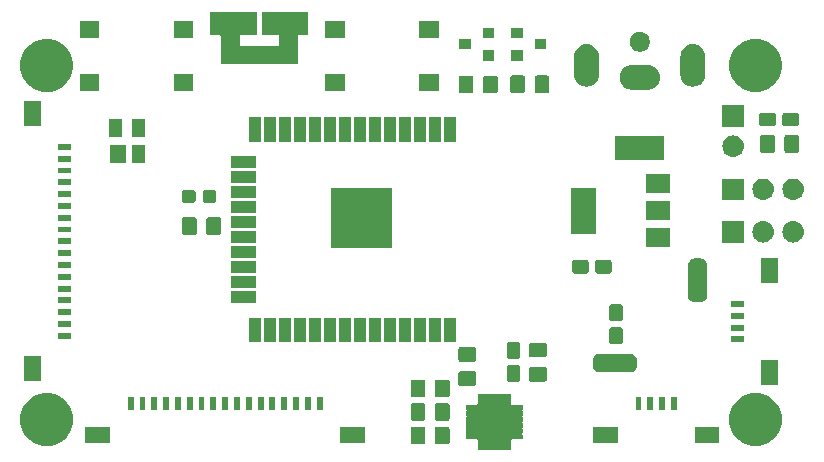
<source format=gbr>
G04 #@! TF.GenerationSoftware,KiCad,Pcbnew,(5.1.2)-2*
G04 #@! TF.CreationDate,2019-07-29T19:51:08+02:00*
G04 #@! TF.ProjectId,main_controller,6d61696e-5f63-46f6-9e74-726f6c6c6572,1*
G04 #@! TF.SameCoordinates,Original*
G04 #@! TF.FileFunction,Soldermask,Top*
G04 #@! TF.FilePolarity,Negative*
%FSLAX46Y46*%
G04 Gerber Fmt 4.6, Leading zero omitted, Abs format (unit mm)*
G04 Created by KiCad (PCBNEW (5.1.2)-2) date 2019-07-29 19:51:08*
%MOMM*%
%LPD*%
G04 APERTURE LIST*
%ADD10C,0.100000*%
G04 APERTURE END LIST*
D10*
G36*
X71805355Y-62800083D02*
G01*
X71810029Y-62801501D01*
X71814330Y-62803800D01*
X71820702Y-62809029D01*
X71841076Y-62822643D01*
X71863715Y-62832020D01*
X71887749Y-62836800D01*
X71912253Y-62836800D01*
X71936286Y-62832019D01*
X71958925Y-62822642D01*
X71979298Y-62809029D01*
X71985670Y-62803800D01*
X71989971Y-62801501D01*
X71994645Y-62800083D01*
X72005641Y-62799000D01*
X72294359Y-62799000D01*
X72305355Y-62800083D01*
X72310029Y-62801501D01*
X72314330Y-62803800D01*
X72320702Y-62809029D01*
X72341076Y-62822643D01*
X72363715Y-62832020D01*
X72387749Y-62836800D01*
X72412253Y-62836800D01*
X72436286Y-62832019D01*
X72458925Y-62822642D01*
X72479298Y-62809029D01*
X72485670Y-62803800D01*
X72489971Y-62801501D01*
X72494645Y-62800083D01*
X72505641Y-62799000D01*
X72794359Y-62799000D01*
X72805355Y-62800083D01*
X72810029Y-62801501D01*
X72814330Y-62803800D01*
X72820702Y-62809029D01*
X72841076Y-62822643D01*
X72863715Y-62832020D01*
X72887749Y-62836800D01*
X72912253Y-62836800D01*
X72936286Y-62832019D01*
X72958925Y-62822642D01*
X72979298Y-62809029D01*
X72985670Y-62803800D01*
X72989971Y-62801501D01*
X72994645Y-62800083D01*
X73005641Y-62799000D01*
X73294359Y-62799000D01*
X73305355Y-62800083D01*
X73310029Y-62801501D01*
X73314330Y-62803800D01*
X73320702Y-62809029D01*
X73341076Y-62822643D01*
X73363715Y-62832020D01*
X73387749Y-62836800D01*
X73412253Y-62836800D01*
X73436286Y-62832019D01*
X73458925Y-62822642D01*
X73479298Y-62809029D01*
X73485670Y-62803800D01*
X73489971Y-62801501D01*
X73494645Y-62800083D01*
X73505641Y-62799000D01*
X73794359Y-62799000D01*
X73805355Y-62800083D01*
X73810029Y-62801501D01*
X73814330Y-62803800D01*
X73820702Y-62809029D01*
X73841076Y-62822643D01*
X73863715Y-62832020D01*
X73887749Y-62836800D01*
X73912253Y-62836800D01*
X73936286Y-62832019D01*
X73958925Y-62822642D01*
X73979298Y-62809029D01*
X73985670Y-62803800D01*
X73989971Y-62801501D01*
X73994645Y-62800083D01*
X74005641Y-62799000D01*
X74294359Y-62799000D01*
X74305355Y-62800083D01*
X74310029Y-62801501D01*
X74314331Y-62803800D01*
X74318104Y-62806896D01*
X74321200Y-62810669D01*
X74323499Y-62814971D01*
X74324917Y-62819645D01*
X74326000Y-62830641D01*
X74326000Y-63649001D01*
X74328402Y-63673387D01*
X74335515Y-63696836D01*
X74347066Y-63718447D01*
X74362611Y-63737389D01*
X74381553Y-63752934D01*
X74403164Y-63764485D01*
X74426613Y-63771598D01*
X74450999Y-63774000D01*
X75269359Y-63774000D01*
X75280355Y-63775083D01*
X75285029Y-63776501D01*
X75289331Y-63778800D01*
X75293104Y-63781896D01*
X75296200Y-63785669D01*
X75298499Y-63789971D01*
X75299917Y-63794645D01*
X75301000Y-63805641D01*
X75301000Y-64094359D01*
X75299917Y-64105355D01*
X75298499Y-64110029D01*
X75296200Y-64114330D01*
X75290971Y-64120702D01*
X75277357Y-64141076D01*
X75267980Y-64163715D01*
X75263200Y-64187749D01*
X75263200Y-64212253D01*
X75267981Y-64236286D01*
X75277358Y-64258925D01*
X75290971Y-64279298D01*
X75296200Y-64285670D01*
X75298499Y-64289971D01*
X75299917Y-64294645D01*
X75301000Y-64305641D01*
X75301000Y-64594359D01*
X75299917Y-64605355D01*
X75298499Y-64610029D01*
X75296200Y-64614330D01*
X75290971Y-64620702D01*
X75277357Y-64641076D01*
X75267980Y-64663715D01*
X75263200Y-64687749D01*
X75263200Y-64712253D01*
X75267981Y-64736286D01*
X75277358Y-64758925D01*
X75290971Y-64779298D01*
X75296200Y-64785670D01*
X75298499Y-64789971D01*
X75299917Y-64794645D01*
X75301000Y-64805641D01*
X75301000Y-65094359D01*
X75299917Y-65105355D01*
X75298499Y-65110029D01*
X75296200Y-65114330D01*
X75290971Y-65120702D01*
X75277357Y-65141076D01*
X75267980Y-65163715D01*
X75263200Y-65187749D01*
X75263200Y-65212253D01*
X75267981Y-65236286D01*
X75277358Y-65258925D01*
X75290971Y-65279298D01*
X75296200Y-65285670D01*
X75298499Y-65289971D01*
X75299917Y-65294645D01*
X75301000Y-65305641D01*
X75301000Y-65594359D01*
X75299917Y-65605355D01*
X75298499Y-65610029D01*
X75296200Y-65614330D01*
X75290971Y-65620702D01*
X75277357Y-65641076D01*
X75267980Y-65663715D01*
X75263200Y-65687749D01*
X75263200Y-65712253D01*
X75267981Y-65736286D01*
X75277358Y-65758925D01*
X75290971Y-65779298D01*
X75296200Y-65785670D01*
X75298499Y-65789971D01*
X75299917Y-65794645D01*
X75301000Y-65805641D01*
X75301000Y-66094359D01*
X75299917Y-66105355D01*
X75298499Y-66110029D01*
X75296200Y-66114330D01*
X75290971Y-66120702D01*
X75277357Y-66141076D01*
X75267980Y-66163715D01*
X75263200Y-66187749D01*
X75263200Y-66212253D01*
X75267981Y-66236286D01*
X75277358Y-66258925D01*
X75290971Y-66279298D01*
X75296200Y-66285670D01*
X75298499Y-66289971D01*
X75299917Y-66294645D01*
X75301000Y-66305641D01*
X75301000Y-66594359D01*
X75299917Y-66605355D01*
X75298499Y-66610029D01*
X75296200Y-66614331D01*
X75293104Y-66618104D01*
X75289331Y-66621200D01*
X75285029Y-66623499D01*
X75280355Y-66624917D01*
X75269359Y-66626000D01*
X74450999Y-66626000D01*
X74426613Y-66628402D01*
X74403164Y-66635515D01*
X74381553Y-66647066D01*
X74362611Y-66662611D01*
X74347066Y-66681553D01*
X74335515Y-66703164D01*
X74328402Y-66726613D01*
X74326000Y-66750999D01*
X74326000Y-67569359D01*
X74324917Y-67580355D01*
X74323499Y-67585029D01*
X74321200Y-67589331D01*
X74318104Y-67593104D01*
X74314331Y-67596200D01*
X74310029Y-67598499D01*
X74305355Y-67599917D01*
X74294359Y-67601000D01*
X74005641Y-67601000D01*
X73994645Y-67599917D01*
X73989971Y-67598499D01*
X73985670Y-67596200D01*
X73979298Y-67590971D01*
X73958924Y-67577357D01*
X73936285Y-67567980D01*
X73912251Y-67563200D01*
X73887747Y-67563200D01*
X73863714Y-67567981D01*
X73841075Y-67577358D01*
X73820702Y-67590971D01*
X73814330Y-67596200D01*
X73810029Y-67598499D01*
X73805355Y-67599917D01*
X73794359Y-67601000D01*
X73505641Y-67601000D01*
X73494645Y-67599917D01*
X73489971Y-67598499D01*
X73485670Y-67596200D01*
X73479298Y-67590971D01*
X73458924Y-67577357D01*
X73436285Y-67567980D01*
X73412251Y-67563200D01*
X73387747Y-67563200D01*
X73363714Y-67567981D01*
X73341075Y-67577358D01*
X73320702Y-67590971D01*
X73314330Y-67596200D01*
X73310029Y-67598499D01*
X73305355Y-67599917D01*
X73294359Y-67601000D01*
X73005641Y-67601000D01*
X72994645Y-67599917D01*
X72989971Y-67598499D01*
X72985670Y-67596200D01*
X72979298Y-67590971D01*
X72958924Y-67577357D01*
X72936285Y-67567980D01*
X72912251Y-67563200D01*
X72887747Y-67563200D01*
X72863714Y-67567981D01*
X72841075Y-67577358D01*
X72820702Y-67590971D01*
X72814330Y-67596200D01*
X72810029Y-67598499D01*
X72805355Y-67599917D01*
X72794359Y-67601000D01*
X72505641Y-67601000D01*
X72494645Y-67599917D01*
X72489971Y-67598499D01*
X72485670Y-67596200D01*
X72479298Y-67590971D01*
X72458924Y-67577357D01*
X72436285Y-67567980D01*
X72412251Y-67563200D01*
X72387747Y-67563200D01*
X72363714Y-67567981D01*
X72341075Y-67577358D01*
X72320702Y-67590971D01*
X72314330Y-67596200D01*
X72310029Y-67598499D01*
X72305355Y-67599917D01*
X72294359Y-67601000D01*
X72005641Y-67601000D01*
X71994645Y-67599917D01*
X71989971Y-67598499D01*
X71985670Y-67596200D01*
X71979298Y-67590971D01*
X71958924Y-67577357D01*
X71936285Y-67567980D01*
X71912251Y-67563200D01*
X71887747Y-67563200D01*
X71863714Y-67567981D01*
X71841075Y-67577358D01*
X71820702Y-67590971D01*
X71814330Y-67596200D01*
X71810029Y-67598499D01*
X71805355Y-67599917D01*
X71794359Y-67601000D01*
X71505641Y-67601000D01*
X71494645Y-67599917D01*
X71489971Y-67598499D01*
X71485669Y-67596200D01*
X71481896Y-67593104D01*
X71478800Y-67589331D01*
X71476501Y-67585029D01*
X71475083Y-67580355D01*
X71474000Y-67569359D01*
X71474000Y-66750999D01*
X71471598Y-66726613D01*
X71464485Y-66703164D01*
X71452934Y-66681553D01*
X71437389Y-66662611D01*
X71418447Y-66647066D01*
X71396836Y-66635515D01*
X71373387Y-66628402D01*
X71349001Y-66626000D01*
X70530641Y-66626000D01*
X70519645Y-66624917D01*
X70514971Y-66623499D01*
X70510669Y-66621200D01*
X70506896Y-66618104D01*
X70503800Y-66614331D01*
X70501501Y-66610029D01*
X70500083Y-66605355D01*
X70499000Y-66594359D01*
X70499000Y-66305641D01*
X70500083Y-66294645D01*
X70501501Y-66289971D01*
X70503800Y-66285670D01*
X70509029Y-66279298D01*
X70522643Y-66258924D01*
X70532020Y-66236285D01*
X70536800Y-66212251D01*
X70536800Y-66187747D01*
X70532019Y-66163714D01*
X70522642Y-66141075D01*
X70509029Y-66120702D01*
X70503800Y-66114330D01*
X70501501Y-66110029D01*
X70500083Y-66105355D01*
X70499000Y-66094359D01*
X70499000Y-65805641D01*
X70500083Y-65794645D01*
X70501501Y-65789971D01*
X70503800Y-65785670D01*
X70509029Y-65779298D01*
X70522643Y-65758924D01*
X70532020Y-65736285D01*
X70536800Y-65712251D01*
X70536800Y-65687747D01*
X70532019Y-65663714D01*
X70522642Y-65641075D01*
X70509029Y-65620702D01*
X70503800Y-65614330D01*
X70501501Y-65610029D01*
X70500083Y-65605355D01*
X70499000Y-65594359D01*
X70499000Y-65305641D01*
X70500083Y-65294645D01*
X70501501Y-65289971D01*
X70503800Y-65285670D01*
X70509029Y-65279298D01*
X70522643Y-65258924D01*
X70532020Y-65236285D01*
X70536800Y-65212251D01*
X70536800Y-65187747D01*
X70532019Y-65163714D01*
X70522642Y-65141075D01*
X70509029Y-65120702D01*
X70503800Y-65114330D01*
X70501501Y-65110029D01*
X70500083Y-65105355D01*
X70499000Y-65094359D01*
X70499000Y-64805641D01*
X70500083Y-64794645D01*
X70501501Y-64789971D01*
X70503800Y-64785670D01*
X70509029Y-64779298D01*
X70522643Y-64758924D01*
X70532020Y-64736285D01*
X70536800Y-64712251D01*
X70536800Y-64687747D01*
X70532019Y-64663714D01*
X70522642Y-64641075D01*
X70509029Y-64620702D01*
X70503800Y-64614330D01*
X70501501Y-64610029D01*
X70500083Y-64605355D01*
X70499000Y-64594359D01*
X70499000Y-64305641D01*
X70500083Y-64294645D01*
X70501501Y-64289971D01*
X70503800Y-64285670D01*
X70509029Y-64279298D01*
X70522643Y-64258924D01*
X70532020Y-64236285D01*
X70536800Y-64212251D01*
X70536800Y-64187747D01*
X70532019Y-64163714D01*
X70522642Y-64141075D01*
X70509029Y-64120702D01*
X70503800Y-64114330D01*
X70501501Y-64110029D01*
X70500083Y-64105355D01*
X70499000Y-64094359D01*
X70499000Y-63805641D01*
X70500083Y-63794645D01*
X70501501Y-63789971D01*
X70503800Y-63785669D01*
X70506896Y-63781896D01*
X70510669Y-63778800D01*
X70514971Y-63776501D01*
X70519645Y-63775083D01*
X70530641Y-63774000D01*
X71349001Y-63774000D01*
X71373387Y-63771598D01*
X71396836Y-63764485D01*
X71418447Y-63752934D01*
X71437389Y-63737389D01*
X71452934Y-63718447D01*
X71464485Y-63696836D01*
X71471598Y-63673387D01*
X71474000Y-63649001D01*
X71474000Y-62830641D01*
X71475083Y-62819645D01*
X71476501Y-62814971D01*
X71478800Y-62810669D01*
X71481896Y-62806896D01*
X71485669Y-62803800D01*
X71489971Y-62801501D01*
X71494645Y-62800083D01*
X71505641Y-62799000D01*
X71794359Y-62799000D01*
X71805355Y-62800083D01*
X71805355Y-62800083D01*
G37*
G36*
X95275880Y-62759776D02*
G01*
X95656593Y-62835504D01*
X96066249Y-63005189D01*
X96434929Y-63251534D01*
X96748466Y-63565071D01*
X96994811Y-63933751D01*
X97164496Y-64343407D01*
X97232989Y-64687747D01*
X97251000Y-64778295D01*
X97251000Y-65221705D01*
X97244253Y-65255622D01*
X97164496Y-65656593D01*
X96994811Y-66066249D01*
X96748466Y-66434929D01*
X96434929Y-66748466D01*
X96066249Y-66994811D01*
X95656593Y-67164496D01*
X95275880Y-67240224D01*
X95221705Y-67251000D01*
X94778295Y-67251000D01*
X94724120Y-67240224D01*
X94343407Y-67164496D01*
X93933751Y-66994811D01*
X93565071Y-66748466D01*
X93251534Y-66434929D01*
X93005189Y-66066249D01*
X92835504Y-65656593D01*
X92755747Y-65255622D01*
X92749000Y-65221705D01*
X92749000Y-64778295D01*
X92767011Y-64687747D01*
X92835504Y-64343407D01*
X93005189Y-63933751D01*
X93251534Y-63565071D01*
X93565071Y-63251534D01*
X93933751Y-63005189D01*
X94343407Y-62835504D01*
X94724120Y-62759776D01*
X94778295Y-62749000D01*
X95221705Y-62749000D01*
X95275880Y-62759776D01*
X95275880Y-62759776D01*
G37*
G36*
X35275880Y-62759776D02*
G01*
X35656593Y-62835504D01*
X36066249Y-63005189D01*
X36434929Y-63251534D01*
X36748466Y-63565071D01*
X36994811Y-63933751D01*
X37164496Y-64343407D01*
X37232989Y-64687747D01*
X37251000Y-64778295D01*
X37251000Y-65221705D01*
X37244253Y-65255622D01*
X37164496Y-65656593D01*
X36994811Y-66066249D01*
X36748466Y-66434929D01*
X36434929Y-66748466D01*
X36066249Y-66994811D01*
X35656593Y-67164496D01*
X35275880Y-67240224D01*
X35221705Y-67251000D01*
X34778295Y-67251000D01*
X34724120Y-67240224D01*
X34343407Y-67164496D01*
X33933751Y-66994811D01*
X33565071Y-66748466D01*
X33251534Y-66434929D01*
X33005189Y-66066249D01*
X32835504Y-65656593D01*
X32755747Y-65255622D01*
X32749000Y-65221705D01*
X32749000Y-64778295D01*
X32767011Y-64687747D01*
X32835504Y-64343407D01*
X33005189Y-63933751D01*
X33251534Y-63565071D01*
X33565071Y-63251534D01*
X33933751Y-63005189D01*
X34343407Y-62835504D01*
X34724120Y-62759776D01*
X34778295Y-62749000D01*
X35221705Y-62749000D01*
X35275880Y-62759776D01*
X35275880Y-62759776D01*
G37*
G36*
X68938674Y-65603465D02*
G01*
X68976367Y-65614899D01*
X69011103Y-65633466D01*
X69041548Y-65658452D01*
X69066534Y-65688897D01*
X69085101Y-65723633D01*
X69096535Y-65761326D01*
X69101000Y-65806661D01*
X69101000Y-66893339D01*
X69096535Y-66938674D01*
X69085101Y-66976367D01*
X69066534Y-67011103D01*
X69041548Y-67041548D01*
X69011103Y-67066534D01*
X68976367Y-67085101D01*
X68938674Y-67096535D01*
X68893339Y-67101000D01*
X68056661Y-67101000D01*
X68011326Y-67096535D01*
X67973633Y-67085101D01*
X67938897Y-67066534D01*
X67908452Y-67041548D01*
X67883466Y-67011103D01*
X67864899Y-66976367D01*
X67853465Y-66938674D01*
X67849000Y-66893339D01*
X67849000Y-65806661D01*
X67853465Y-65761326D01*
X67864899Y-65723633D01*
X67883466Y-65688897D01*
X67908452Y-65658452D01*
X67938897Y-65633466D01*
X67973633Y-65614899D01*
X68011326Y-65603465D01*
X68056661Y-65599000D01*
X68893339Y-65599000D01*
X68938674Y-65603465D01*
X68938674Y-65603465D01*
G37*
G36*
X66888674Y-65603465D02*
G01*
X66926367Y-65614899D01*
X66961103Y-65633466D01*
X66991548Y-65658452D01*
X67016534Y-65688897D01*
X67035101Y-65723633D01*
X67046535Y-65761326D01*
X67051000Y-65806661D01*
X67051000Y-66893339D01*
X67046535Y-66938674D01*
X67035101Y-66976367D01*
X67016534Y-67011103D01*
X66991548Y-67041548D01*
X66961103Y-67066534D01*
X66926367Y-67085101D01*
X66888674Y-67096535D01*
X66843339Y-67101000D01*
X66006661Y-67101000D01*
X65961326Y-67096535D01*
X65923633Y-67085101D01*
X65888897Y-67066534D01*
X65858452Y-67041548D01*
X65833466Y-67011103D01*
X65814899Y-66976367D01*
X65803465Y-66938674D01*
X65799000Y-66893339D01*
X65799000Y-65806661D01*
X65803465Y-65761326D01*
X65814899Y-65723633D01*
X65833466Y-65688897D01*
X65858452Y-65658452D01*
X65888897Y-65633466D01*
X65923633Y-65614899D01*
X65961326Y-65603465D01*
X66006661Y-65599000D01*
X66843339Y-65599000D01*
X66888674Y-65603465D01*
X66888674Y-65603465D01*
G37*
G36*
X40351000Y-66991000D02*
G01*
X38249000Y-66991000D01*
X38249000Y-65589000D01*
X40351000Y-65589000D01*
X40351000Y-66991000D01*
X40351000Y-66991000D01*
G37*
G36*
X91951000Y-66991000D02*
G01*
X89849000Y-66991000D01*
X89849000Y-65589000D01*
X91951000Y-65589000D01*
X91951000Y-66991000D01*
X91951000Y-66991000D01*
G37*
G36*
X83351000Y-66991000D02*
G01*
X81249000Y-66991000D01*
X81249000Y-65589000D01*
X83351000Y-65589000D01*
X83351000Y-66991000D01*
X83351000Y-66991000D01*
G37*
G36*
X61951000Y-66991000D02*
G01*
X59849000Y-66991000D01*
X59849000Y-65589000D01*
X61951000Y-65589000D01*
X61951000Y-66991000D01*
X61951000Y-66991000D01*
G37*
G36*
X66888674Y-63603465D02*
G01*
X66926367Y-63614899D01*
X66961103Y-63633466D01*
X66991548Y-63658452D01*
X67016534Y-63688897D01*
X67035101Y-63723633D01*
X67046535Y-63761326D01*
X67051000Y-63806661D01*
X67051000Y-64893339D01*
X67046535Y-64938674D01*
X67035101Y-64976367D01*
X67016534Y-65011103D01*
X66991548Y-65041548D01*
X66961103Y-65066534D01*
X66926367Y-65085101D01*
X66888674Y-65096535D01*
X66843339Y-65101000D01*
X66006661Y-65101000D01*
X65961326Y-65096535D01*
X65923633Y-65085101D01*
X65888897Y-65066534D01*
X65858452Y-65041548D01*
X65833466Y-65011103D01*
X65814899Y-64976367D01*
X65803465Y-64938674D01*
X65799000Y-64893339D01*
X65799000Y-63806661D01*
X65803465Y-63761326D01*
X65814899Y-63723633D01*
X65833466Y-63688897D01*
X65858452Y-63658452D01*
X65888897Y-63633466D01*
X65923633Y-63614899D01*
X65961326Y-63603465D01*
X66006661Y-63599000D01*
X66843339Y-63599000D01*
X66888674Y-63603465D01*
X66888674Y-63603465D01*
G37*
G36*
X68938674Y-63603465D02*
G01*
X68976367Y-63614899D01*
X69011103Y-63633466D01*
X69041548Y-63658452D01*
X69066534Y-63688897D01*
X69085101Y-63723633D01*
X69096535Y-63761326D01*
X69101000Y-63806661D01*
X69101000Y-64893339D01*
X69096535Y-64938674D01*
X69085101Y-64976367D01*
X69066534Y-65011103D01*
X69041548Y-65041548D01*
X69011103Y-65066534D01*
X68976367Y-65085101D01*
X68938674Y-65096535D01*
X68893339Y-65101000D01*
X68056661Y-65101000D01*
X68011326Y-65096535D01*
X67973633Y-65085101D01*
X67938897Y-65066534D01*
X67908452Y-65041548D01*
X67883466Y-65011103D01*
X67864899Y-64976367D01*
X67853465Y-64938674D01*
X67849000Y-64893339D01*
X67849000Y-63806661D01*
X67853465Y-63761326D01*
X67864899Y-63723633D01*
X67883466Y-63688897D01*
X67908452Y-63658452D01*
X67938897Y-63633466D01*
X67973633Y-63614899D01*
X68011326Y-63603465D01*
X68056661Y-63599000D01*
X68893339Y-63599000D01*
X68938674Y-63603465D01*
X68938674Y-63603465D01*
G37*
G36*
X42351000Y-64141000D02*
G01*
X41849000Y-64141000D01*
X41849000Y-63039000D01*
X42351000Y-63039000D01*
X42351000Y-64141000D01*
X42351000Y-64141000D01*
G37*
G36*
X86351000Y-64141000D02*
G01*
X85849000Y-64141000D01*
X85849000Y-63039000D01*
X86351000Y-63039000D01*
X86351000Y-64141000D01*
X86351000Y-64141000D01*
G37*
G36*
X56351000Y-64141000D02*
G01*
X55849000Y-64141000D01*
X55849000Y-63039000D01*
X56351000Y-63039000D01*
X56351000Y-64141000D01*
X56351000Y-64141000D01*
G37*
G36*
X55351000Y-64141000D02*
G01*
X54849000Y-64141000D01*
X54849000Y-63039000D01*
X55351000Y-63039000D01*
X55351000Y-64141000D01*
X55351000Y-64141000D01*
G37*
G36*
X54351000Y-64141000D02*
G01*
X53849000Y-64141000D01*
X53849000Y-63039000D01*
X54351000Y-63039000D01*
X54351000Y-64141000D01*
X54351000Y-64141000D01*
G37*
G36*
X53351000Y-64141000D02*
G01*
X52849000Y-64141000D01*
X52849000Y-63039000D01*
X53351000Y-63039000D01*
X53351000Y-64141000D01*
X53351000Y-64141000D01*
G37*
G36*
X52351000Y-64141000D02*
G01*
X51849000Y-64141000D01*
X51849000Y-63039000D01*
X52351000Y-63039000D01*
X52351000Y-64141000D01*
X52351000Y-64141000D01*
G37*
G36*
X49351000Y-64141000D02*
G01*
X48849000Y-64141000D01*
X48849000Y-63039000D01*
X49351000Y-63039000D01*
X49351000Y-64141000D01*
X49351000Y-64141000D01*
G37*
G36*
X50351000Y-64141000D02*
G01*
X49849000Y-64141000D01*
X49849000Y-63039000D01*
X50351000Y-63039000D01*
X50351000Y-64141000D01*
X50351000Y-64141000D01*
G37*
G36*
X48351000Y-64141000D02*
G01*
X47849000Y-64141000D01*
X47849000Y-63039000D01*
X48351000Y-63039000D01*
X48351000Y-64141000D01*
X48351000Y-64141000D01*
G37*
G36*
X44351000Y-64141000D02*
G01*
X43849000Y-64141000D01*
X43849000Y-63039000D01*
X44351000Y-63039000D01*
X44351000Y-64141000D01*
X44351000Y-64141000D01*
G37*
G36*
X45351000Y-64141000D02*
G01*
X44849000Y-64141000D01*
X44849000Y-63039000D01*
X45351000Y-63039000D01*
X45351000Y-64141000D01*
X45351000Y-64141000D01*
G37*
G36*
X43351000Y-64141000D02*
G01*
X42849000Y-64141000D01*
X42849000Y-63039000D01*
X43351000Y-63039000D01*
X43351000Y-64141000D01*
X43351000Y-64141000D01*
G37*
G36*
X85351000Y-64141000D02*
G01*
X84849000Y-64141000D01*
X84849000Y-63039000D01*
X85351000Y-63039000D01*
X85351000Y-64141000D01*
X85351000Y-64141000D01*
G37*
G36*
X51351000Y-64141000D02*
G01*
X50849000Y-64141000D01*
X50849000Y-63039000D01*
X51351000Y-63039000D01*
X51351000Y-64141000D01*
X51351000Y-64141000D01*
G37*
G36*
X58351000Y-64141000D02*
G01*
X57849000Y-64141000D01*
X57849000Y-63039000D01*
X58351000Y-63039000D01*
X58351000Y-64141000D01*
X58351000Y-64141000D01*
G37*
G36*
X88351000Y-64141000D02*
G01*
X87849000Y-64141000D01*
X87849000Y-63039000D01*
X88351000Y-63039000D01*
X88351000Y-64141000D01*
X88351000Y-64141000D01*
G37*
G36*
X57351000Y-64141000D02*
G01*
X56849000Y-64141000D01*
X56849000Y-63039000D01*
X57351000Y-63039000D01*
X57351000Y-64141000D01*
X57351000Y-64141000D01*
G37*
G36*
X87351000Y-64141000D02*
G01*
X86849000Y-64141000D01*
X86849000Y-63039000D01*
X87351000Y-63039000D01*
X87351000Y-64141000D01*
X87351000Y-64141000D01*
G37*
G36*
X47351000Y-64141000D02*
G01*
X46849000Y-64141000D01*
X46849000Y-63039000D01*
X47351000Y-63039000D01*
X47351000Y-64141000D01*
X47351000Y-64141000D01*
G37*
G36*
X46351000Y-64141000D02*
G01*
X45849000Y-64141000D01*
X45849000Y-63039000D01*
X46351000Y-63039000D01*
X46351000Y-64141000D01*
X46351000Y-64141000D01*
G37*
G36*
X68938674Y-61603465D02*
G01*
X68976367Y-61614899D01*
X69011103Y-61633466D01*
X69041548Y-61658452D01*
X69066534Y-61688897D01*
X69085101Y-61723633D01*
X69096535Y-61761326D01*
X69101000Y-61806661D01*
X69101000Y-62893339D01*
X69096535Y-62938674D01*
X69085101Y-62976367D01*
X69066534Y-63011103D01*
X69041548Y-63041548D01*
X69011103Y-63066534D01*
X68976367Y-63085101D01*
X68938674Y-63096535D01*
X68893339Y-63101000D01*
X68056661Y-63101000D01*
X68011326Y-63096535D01*
X67973633Y-63085101D01*
X67938897Y-63066534D01*
X67908452Y-63041548D01*
X67883466Y-63011103D01*
X67864899Y-62976367D01*
X67853465Y-62938674D01*
X67849000Y-62893339D01*
X67849000Y-61806661D01*
X67853465Y-61761326D01*
X67864899Y-61723633D01*
X67883466Y-61688897D01*
X67908452Y-61658452D01*
X67938897Y-61633466D01*
X67973633Y-61614899D01*
X68011326Y-61603465D01*
X68056661Y-61599000D01*
X68893339Y-61599000D01*
X68938674Y-61603465D01*
X68938674Y-61603465D01*
G37*
G36*
X66888674Y-61603465D02*
G01*
X66926367Y-61614899D01*
X66961103Y-61633466D01*
X66991548Y-61658452D01*
X67016534Y-61688897D01*
X67035101Y-61723633D01*
X67046535Y-61761326D01*
X67051000Y-61806661D01*
X67051000Y-62893339D01*
X67046535Y-62938674D01*
X67035101Y-62976367D01*
X67016534Y-63011103D01*
X66991548Y-63041548D01*
X66961103Y-63066534D01*
X66926367Y-63085101D01*
X66888674Y-63096535D01*
X66843339Y-63101000D01*
X66006661Y-63101000D01*
X65961326Y-63096535D01*
X65923633Y-63085101D01*
X65888897Y-63066534D01*
X65858452Y-63041548D01*
X65833466Y-63011103D01*
X65814899Y-62976367D01*
X65803465Y-62938674D01*
X65799000Y-62893339D01*
X65799000Y-61806661D01*
X65803465Y-61761326D01*
X65814899Y-61723633D01*
X65833466Y-61688897D01*
X65858452Y-61658452D01*
X65888897Y-61633466D01*
X65923633Y-61614899D01*
X65961326Y-61603465D01*
X66006661Y-61599000D01*
X66843339Y-61599000D01*
X66888674Y-61603465D01*
X66888674Y-61603465D01*
G37*
G36*
X71188674Y-60903465D02*
G01*
X71226367Y-60914899D01*
X71261103Y-60933466D01*
X71291548Y-60958452D01*
X71316534Y-60988897D01*
X71335101Y-61023633D01*
X71346535Y-61061326D01*
X71351000Y-61106661D01*
X71351000Y-61943339D01*
X71346535Y-61988674D01*
X71335101Y-62026367D01*
X71316534Y-62061103D01*
X71291548Y-62091548D01*
X71261103Y-62116534D01*
X71226367Y-62135101D01*
X71188674Y-62146535D01*
X71143339Y-62151000D01*
X70056661Y-62151000D01*
X70011326Y-62146535D01*
X69973633Y-62135101D01*
X69938897Y-62116534D01*
X69908452Y-62091548D01*
X69883466Y-62061103D01*
X69864899Y-62026367D01*
X69853465Y-61988674D01*
X69849000Y-61943339D01*
X69849000Y-61106661D01*
X69853465Y-61061326D01*
X69864899Y-61023633D01*
X69883466Y-60988897D01*
X69908452Y-60958452D01*
X69938897Y-60933466D01*
X69973633Y-60914899D01*
X70011326Y-60903465D01*
X70056661Y-60899000D01*
X71143339Y-60899000D01*
X71188674Y-60903465D01*
X71188674Y-60903465D01*
G37*
G36*
X96891000Y-62051000D02*
G01*
X95489000Y-62051000D01*
X95489000Y-59949000D01*
X96891000Y-59949000D01*
X96891000Y-62051000D01*
X96891000Y-62051000D01*
G37*
G36*
X77163685Y-60528474D02*
G01*
X77201378Y-60539908D01*
X77236114Y-60558475D01*
X77266559Y-60583461D01*
X77291545Y-60613906D01*
X77310112Y-60648642D01*
X77321546Y-60686335D01*
X77326011Y-60731670D01*
X77326011Y-61568348D01*
X77321546Y-61613683D01*
X77310112Y-61651376D01*
X77291545Y-61686112D01*
X77266559Y-61716557D01*
X77236114Y-61741543D01*
X77201378Y-61760110D01*
X77163685Y-61771544D01*
X77118350Y-61776009D01*
X76031672Y-61776009D01*
X75986337Y-61771544D01*
X75948644Y-61760110D01*
X75913908Y-61741543D01*
X75883463Y-61716557D01*
X75858477Y-61686112D01*
X75839910Y-61651376D01*
X75828476Y-61613683D01*
X75824011Y-61568348D01*
X75824011Y-60731670D01*
X75828476Y-60686335D01*
X75839910Y-60648642D01*
X75858477Y-60613906D01*
X75883463Y-60583461D01*
X75913908Y-60558475D01*
X75948644Y-60539908D01*
X75986337Y-60528474D01*
X76031672Y-60524009D01*
X77118350Y-60524009D01*
X77163685Y-60528474D01*
X77163685Y-60528474D01*
G37*
G36*
X74907811Y-60378605D02*
G01*
X74946867Y-60390453D01*
X74982862Y-60409693D01*
X75014414Y-60435586D01*
X75040307Y-60467138D01*
X75059547Y-60503133D01*
X75071395Y-60542189D01*
X75076000Y-60588949D01*
X75076000Y-61561051D01*
X75071395Y-61607811D01*
X75059547Y-61646867D01*
X75040307Y-61682862D01*
X75014414Y-61714414D01*
X74982862Y-61740307D01*
X74946867Y-61759547D01*
X74907811Y-61771395D01*
X74861051Y-61776000D01*
X74138949Y-61776000D01*
X74092189Y-61771395D01*
X74053133Y-61759547D01*
X74017138Y-61740307D01*
X73985586Y-61714414D01*
X73959693Y-61682862D01*
X73940453Y-61646867D01*
X73928605Y-61607811D01*
X73924000Y-61561051D01*
X73924000Y-60588949D01*
X73928605Y-60542189D01*
X73940453Y-60503133D01*
X73959693Y-60467138D01*
X73985586Y-60435586D01*
X74017138Y-60409693D01*
X74053133Y-60390453D01*
X74092189Y-60378605D01*
X74138949Y-60374000D01*
X74861051Y-60374000D01*
X74907811Y-60378605D01*
X74907811Y-60378605D01*
G37*
G36*
X34511000Y-61751000D02*
G01*
X33109000Y-61751000D01*
X33109000Y-59649000D01*
X34511000Y-59649000D01*
X34511000Y-61751000D01*
X34511000Y-61751000D01*
G37*
G36*
X82359999Y-59399737D02*
G01*
X82374528Y-59404145D01*
X82387711Y-59409606D01*
X82411745Y-59414388D01*
X82436249Y-59414389D01*
X82460282Y-59409609D01*
X82482921Y-59400232D01*
X82484765Y-59399000D01*
X83716050Y-59399000D01*
X83728164Y-59405475D01*
X83751613Y-59412588D01*
X83775999Y-59414990D01*
X83800385Y-59412588D01*
X83823834Y-59405475D01*
X83828746Y-59403152D01*
X83840001Y-59399737D01*
X83856140Y-59398148D01*
X84393861Y-59398148D01*
X84412199Y-59399954D01*
X84424450Y-59400556D01*
X84442869Y-59400556D01*
X84465149Y-59402750D01*
X84549233Y-59419476D01*
X84570660Y-59425976D01*
X84649858Y-59458780D01*
X84655303Y-59461691D01*
X84655309Y-59461693D01*
X84664169Y-59466429D01*
X84664173Y-59466432D01*
X84669614Y-59469340D01*
X84740899Y-59516971D01*
X84758204Y-59531172D01*
X84818828Y-59591796D01*
X84833029Y-59609101D01*
X84880660Y-59680386D01*
X84883568Y-59685827D01*
X84883571Y-59685831D01*
X84888307Y-59694691D01*
X84888309Y-59694697D01*
X84891220Y-59700142D01*
X84924024Y-59779340D01*
X84930524Y-59800767D01*
X84947250Y-59884851D01*
X84949444Y-59907131D01*
X84949444Y-59925550D01*
X84950046Y-59937801D01*
X84951852Y-59956139D01*
X84951852Y-60443862D01*
X84950046Y-60462199D01*
X84949444Y-60474450D01*
X84949444Y-60492869D01*
X84947250Y-60515149D01*
X84930524Y-60599233D01*
X84924024Y-60620660D01*
X84891220Y-60699858D01*
X84888309Y-60705303D01*
X84888307Y-60705309D01*
X84883571Y-60714169D01*
X84883568Y-60714173D01*
X84880660Y-60719614D01*
X84833029Y-60790899D01*
X84818828Y-60808204D01*
X84758204Y-60868828D01*
X84740899Y-60883029D01*
X84669614Y-60930660D01*
X84664173Y-60933568D01*
X84664169Y-60933571D01*
X84655309Y-60938307D01*
X84655303Y-60938309D01*
X84649858Y-60941220D01*
X84570660Y-60974024D01*
X84549233Y-60980524D01*
X84465149Y-60997250D01*
X84442869Y-60999444D01*
X84424450Y-60999444D01*
X84412199Y-61000046D01*
X84393862Y-61001852D01*
X83856140Y-61001852D01*
X83840001Y-61000263D01*
X83825472Y-60995855D01*
X83812289Y-60990394D01*
X83788255Y-60985612D01*
X83763751Y-60985611D01*
X83739718Y-60990391D01*
X83717079Y-60999768D01*
X83715235Y-61001000D01*
X82483950Y-61001000D01*
X82471836Y-60994525D01*
X82448387Y-60987412D01*
X82424001Y-60985010D01*
X82399615Y-60987412D01*
X82376166Y-60994525D01*
X82371254Y-60996848D01*
X82359999Y-61000263D01*
X82343860Y-61001852D01*
X81806138Y-61001852D01*
X81787801Y-61000046D01*
X81775550Y-60999444D01*
X81757131Y-60999444D01*
X81734851Y-60997250D01*
X81650767Y-60980524D01*
X81629340Y-60974024D01*
X81550142Y-60941220D01*
X81544697Y-60938309D01*
X81544691Y-60938307D01*
X81535831Y-60933571D01*
X81535827Y-60933568D01*
X81530386Y-60930660D01*
X81459101Y-60883029D01*
X81441796Y-60868828D01*
X81381172Y-60808204D01*
X81366971Y-60790899D01*
X81319340Y-60719614D01*
X81316432Y-60714173D01*
X81316429Y-60714169D01*
X81311693Y-60705309D01*
X81311691Y-60705303D01*
X81308780Y-60699858D01*
X81275976Y-60620660D01*
X81269476Y-60599233D01*
X81252750Y-60515149D01*
X81250556Y-60492869D01*
X81250556Y-60474450D01*
X81249954Y-60462199D01*
X81248148Y-60443862D01*
X81248148Y-59956139D01*
X81249954Y-59937801D01*
X81250556Y-59925550D01*
X81250556Y-59907131D01*
X81252750Y-59884851D01*
X81269476Y-59800767D01*
X81275976Y-59779340D01*
X81308780Y-59700142D01*
X81311691Y-59694697D01*
X81311693Y-59694691D01*
X81316429Y-59685831D01*
X81316432Y-59685827D01*
X81319340Y-59680386D01*
X81366971Y-59609101D01*
X81381172Y-59591796D01*
X81441796Y-59531172D01*
X81459101Y-59516971D01*
X81530386Y-59469340D01*
X81535827Y-59466432D01*
X81535831Y-59466429D01*
X81544691Y-59461693D01*
X81544697Y-59461691D01*
X81550142Y-59458780D01*
X81629340Y-59425976D01*
X81650767Y-59419476D01*
X81734851Y-59402750D01*
X81757131Y-59400556D01*
X81775550Y-59400556D01*
X81787801Y-59399954D01*
X81806139Y-59398148D01*
X82343860Y-59398148D01*
X82359999Y-59399737D01*
X82359999Y-59399737D01*
G37*
G36*
X71188674Y-58853465D02*
G01*
X71226367Y-58864899D01*
X71261103Y-58883466D01*
X71291548Y-58908452D01*
X71316534Y-58938897D01*
X71335101Y-58973633D01*
X71346535Y-59011326D01*
X71351000Y-59056661D01*
X71351000Y-59893339D01*
X71346535Y-59938674D01*
X71335101Y-59976367D01*
X71316534Y-60011103D01*
X71291548Y-60041548D01*
X71261103Y-60066534D01*
X71226367Y-60085101D01*
X71188674Y-60096535D01*
X71143339Y-60101000D01*
X70056661Y-60101000D01*
X70011326Y-60096535D01*
X69973633Y-60085101D01*
X69938897Y-60066534D01*
X69908452Y-60041548D01*
X69883466Y-60011103D01*
X69864899Y-59976367D01*
X69853465Y-59938674D01*
X69849000Y-59893339D01*
X69849000Y-59056661D01*
X69853465Y-59011326D01*
X69864899Y-58973633D01*
X69883466Y-58938897D01*
X69908452Y-58908452D01*
X69938897Y-58883466D01*
X69973633Y-58864899D01*
X70011326Y-58853465D01*
X70056661Y-58849000D01*
X71143339Y-58849000D01*
X71188674Y-58853465D01*
X71188674Y-58853465D01*
G37*
G36*
X74907811Y-58428605D02*
G01*
X74946867Y-58440453D01*
X74982862Y-58459693D01*
X75014414Y-58485586D01*
X75040307Y-58517138D01*
X75059547Y-58553133D01*
X75071395Y-58592189D01*
X75076000Y-58638949D01*
X75076000Y-59611051D01*
X75071395Y-59657811D01*
X75059547Y-59696867D01*
X75040307Y-59732862D01*
X75014414Y-59764414D01*
X74982862Y-59790307D01*
X74946867Y-59809547D01*
X74907811Y-59821395D01*
X74861051Y-59826000D01*
X74138949Y-59826000D01*
X74092189Y-59821395D01*
X74053133Y-59809547D01*
X74017138Y-59790307D01*
X73985586Y-59764414D01*
X73959693Y-59732862D01*
X73940453Y-59696867D01*
X73928605Y-59657811D01*
X73924000Y-59611051D01*
X73924000Y-58638949D01*
X73928605Y-58592189D01*
X73940453Y-58553133D01*
X73959693Y-58517138D01*
X73985586Y-58485586D01*
X74017138Y-58459693D01*
X74053133Y-58440453D01*
X74092189Y-58428605D01*
X74138949Y-58424000D01*
X74861051Y-58424000D01*
X74907811Y-58428605D01*
X74907811Y-58428605D01*
G37*
G36*
X77163685Y-58478474D02*
G01*
X77201378Y-58489908D01*
X77236114Y-58508475D01*
X77266559Y-58533461D01*
X77291545Y-58563906D01*
X77310112Y-58598642D01*
X77321546Y-58636335D01*
X77326011Y-58681670D01*
X77326011Y-59518348D01*
X77321546Y-59563683D01*
X77310112Y-59601376D01*
X77291545Y-59636112D01*
X77266559Y-59666557D01*
X77236114Y-59691543D01*
X77201378Y-59710110D01*
X77163685Y-59721544D01*
X77118350Y-59726009D01*
X76031672Y-59726009D01*
X75986337Y-59721544D01*
X75948644Y-59710110D01*
X75913908Y-59691543D01*
X75883463Y-59666557D01*
X75858477Y-59636112D01*
X75839910Y-59601376D01*
X75828476Y-59563683D01*
X75824011Y-59518348D01*
X75824011Y-58681670D01*
X75828476Y-58636335D01*
X75839910Y-58598642D01*
X75858477Y-58563906D01*
X75883463Y-58533461D01*
X75913908Y-58508475D01*
X75948644Y-58489908D01*
X75986337Y-58478474D01*
X76031672Y-58474009D01*
X77118350Y-58474009D01*
X77163685Y-58478474D01*
X77163685Y-58478474D01*
G37*
G36*
X83607811Y-57178605D02*
G01*
X83646867Y-57190453D01*
X83682862Y-57209693D01*
X83714414Y-57235586D01*
X83740307Y-57267138D01*
X83759547Y-57303133D01*
X83771395Y-57342189D01*
X83776000Y-57388949D01*
X83776000Y-58361051D01*
X83771395Y-58407811D01*
X83759547Y-58446867D01*
X83740307Y-58482862D01*
X83714414Y-58514414D01*
X83682862Y-58540307D01*
X83646867Y-58559547D01*
X83607811Y-58571395D01*
X83561051Y-58576000D01*
X82838949Y-58576000D01*
X82792189Y-58571395D01*
X82753133Y-58559547D01*
X82717138Y-58540307D01*
X82685586Y-58514414D01*
X82659693Y-58482862D01*
X82640453Y-58446867D01*
X82628605Y-58407811D01*
X82624000Y-58361051D01*
X82624000Y-57388949D01*
X82628605Y-57342189D01*
X82640453Y-57303133D01*
X82659693Y-57267138D01*
X82685586Y-57235586D01*
X82717138Y-57209693D01*
X82753133Y-57190453D01*
X82792189Y-57178605D01*
X82838949Y-57174000D01*
X83561051Y-57174000D01*
X83607811Y-57178605D01*
X83607811Y-57178605D01*
G37*
G36*
X64576000Y-58451000D02*
G01*
X63574000Y-58451000D01*
X63574000Y-56349000D01*
X64576000Y-56349000D01*
X64576000Y-58451000D01*
X64576000Y-58451000D01*
G37*
G36*
X94041000Y-58451000D02*
G01*
X92939000Y-58451000D01*
X92939000Y-57949000D01*
X94041000Y-57949000D01*
X94041000Y-58451000D01*
X94041000Y-58451000D01*
G37*
G36*
X69656000Y-58451000D02*
G01*
X68654000Y-58451000D01*
X68654000Y-56349000D01*
X69656000Y-56349000D01*
X69656000Y-58451000D01*
X69656000Y-58451000D01*
G37*
G36*
X68386000Y-58451000D02*
G01*
X67384000Y-58451000D01*
X67384000Y-56349000D01*
X68386000Y-56349000D01*
X68386000Y-58451000D01*
X68386000Y-58451000D01*
G37*
G36*
X67116000Y-58451000D02*
G01*
X66114000Y-58451000D01*
X66114000Y-56349000D01*
X67116000Y-56349000D01*
X67116000Y-58451000D01*
X67116000Y-58451000D01*
G37*
G36*
X65846000Y-58451000D02*
G01*
X64844000Y-58451000D01*
X64844000Y-56349000D01*
X65846000Y-56349000D01*
X65846000Y-58451000D01*
X65846000Y-58451000D01*
G37*
G36*
X63306000Y-58451000D02*
G01*
X62304000Y-58451000D01*
X62304000Y-56349000D01*
X63306000Y-56349000D01*
X63306000Y-58451000D01*
X63306000Y-58451000D01*
G37*
G36*
X60766000Y-58451000D02*
G01*
X59764000Y-58451000D01*
X59764000Y-56349000D01*
X60766000Y-56349000D01*
X60766000Y-58451000D01*
X60766000Y-58451000D01*
G37*
G36*
X59496000Y-58451000D02*
G01*
X58494000Y-58451000D01*
X58494000Y-56349000D01*
X59496000Y-56349000D01*
X59496000Y-58451000D01*
X59496000Y-58451000D01*
G37*
G36*
X58226000Y-58451000D02*
G01*
X57224000Y-58451000D01*
X57224000Y-56349000D01*
X58226000Y-56349000D01*
X58226000Y-58451000D01*
X58226000Y-58451000D01*
G37*
G36*
X56956000Y-58451000D02*
G01*
X55954000Y-58451000D01*
X55954000Y-56349000D01*
X56956000Y-56349000D01*
X56956000Y-58451000D01*
X56956000Y-58451000D01*
G37*
G36*
X55686000Y-58451000D02*
G01*
X54684000Y-58451000D01*
X54684000Y-56349000D01*
X55686000Y-56349000D01*
X55686000Y-58451000D01*
X55686000Y-58451000D01*
G37*
G36*
X54416000Y-58451000D02*
G01*
X53414000Y-58451000D01*
X53414000Y-56349000D01*
X54416000Y-56349000D01*
X54416000Y-58451000D01*
X54416000Y-58451000D01*
G37*
G36*
X53146000Y-58451000D02*
G01*
X52144000Y-58451000D01*
X52144000Y-56349000D01*
X53146000Y-56349000D01*
X53146000Y-58451000D01*
X53146000Y-58451000D01*
G37*
G36*
X62036000Y-58451000D02*
G01*
X61034000Y-58451000D01*
X61034000Y-56349000D01*
X62036000Y-56349000D01*
X62036000Y-58451000D01*
X62036000Y-58451000D01*
G37*
G36*
X37061000Y-58151000D02*
G01*
X35959000Y-58151000D01*
X35959000Y-57649000D01*
X37061000Y-57649000D01*
X37061000Y-58151000D01*
X37061000Y-58151000D01*
G37*
G36*
X94041000Y-57451000D02*
G01*
X92939000Y-57451000D01*
X92939000Y-56949000D01*
X94041000Y-56949000D01*
X94041000Y-57451000D01*
X94041000Y-57451000D01*
G37*
G36*
X37061000Y-57151000D02*
G01*
X35959000Y-57151000D01*
X35959000Y-56649000D01*
X37061000Y-56649000D01*
X37061000Y-57151000D01*
X37061000Y-57151000D01*
G37*
G36*
X83607811Y-55228605D02*
G01*
X83646867Y-55240453D01*
X83682862Y-55259693D01*
X83714414Y-55285586D01*
X83740307Y-55317138D01*
X83759547Y-55353133D01*
X83771395Y-55392189D01*
X83776000Y-55438949D01*
X83776000Y-56411051D01*
X83771395Y-56457811D01*
X83759547Y-56496867D01*
X83740307Y-56532862D01*
X83714414Y-56564414D01*
X83682862Y-56590307D01*
X83646867Y-56609547D01*
X83607811Y-56621395D01*
X83561051Y-56626000D01*
X82838949Y-56626000D01*
X82792189Y-56621395D01*
X82753133Y-56609547D01*
X82717138Y-56590307D01*
X82685586Y-56564414D01*
X82659693Y-56532862D01*
X82640453Y-56496867D01*
X82628605Y-56457811D01*
X82624000Y-56411051D01*
X82624000Y-55438949D01*
X82628605Y-55392189D01*
X82640453Y-55353133D01*
X82659693Y-55317138D01*
X82685586Y-55285586D01*
X82717138Y-55259693D01*
X82753133Y-55240453D01*
X82792189Y-55228605D01*
X82838949Y-55224000D01*
X83561051Y-55224000D01*
X83607811Y-55228605D01*
X83607811Y-55228605D01*
G37*
G36*
X94041000Y-56451000D02*
G01*
X92939000Y-56451000D01*
X92939000Y-55949000D01*
X94041000Y-55949000D01*
X94041000Y-56451000D01*
X94041000Y-56451000D01*
G37*
G36*
X37061000Y-56151000D02*
G01*
X35959000Y-56151000D01*
X35959000Y-55649000D01*
X37061000Y-55649000D01*
X37061000Y-56151000D01*
X37061000Y-56151000D01*
G37*
G36*
X94041000Y-55451000D02*
G01*
X92939000Y-55451000D01*
X92939000Y-54949000D01*
X94041000Y-54949000D01*
X94041000Y-55451000D01*
X94041000Y-55451000D01*
G37*
G36*
X37061000Y-55151000D02*
G01*
X35959000Y-55151000D01*
X35959000Y-54649000D01*
X37061000Y-54649000D01*
X37061000Y-55151000D01*
X37061000Y-55151000D01*
G37*
G36*
X52696000Y-55116000D02*
G01*
X50594000Y-55116000D01*
X50594000Y-54114000D01*
X52696000Y-54114000D01*
X52696000Y-55116000D01*
X52696000Y-55116000D01*
G37*
G36*
X90362199Y-51349954D02*
G01*
X90374450Y-51350556D01*
X90392869Y-51350556D01*
X90415149Y-51352750D01*
X90499233Y-51369476D01*
X90520660Y-51375976D01*
X90599858Y-51408780D01*
X90605303Y-51411691D01*
X90605309Y-51411693D01*
X90614169Y-51416429D01*
X90614173Y-51416432D01*
X90619614Y-51419340D01*
X90690899Y-51466971D01*
X90708204Y-51481172D01*
X90768828Y-51541796D01*
X90783029Y-51559101D01*
X90830660Y-51630386D01*
X90833568Y-51635827D01*
X90833571Y-51635831D01*
X90838307Y-51644691D01*
X90838309Y-51644697D01*
X90841220Y-51650142D01*
X90874024Y-51729340D01*
X90880524Y-51750767D01*
X90897250Y-51834851D01*
X90899444Y-51857131D01*
X90899444Y-51875550D01*
X90900046Y-51887801D01*
X90901852Y-51906139D01*
X90901852Y-52443860D01*
X90900263Y-52459999D01*
X90895855Y-52474528D01*
X90890394Y-52487711D01*
X90885612Y-52511745D01*
X90885611Y-52536249D01*
X90890391Y-52560282D01*
X90899768Y-52582921D01*
X90901000Y-52584765D01*
X90901000Y-53816050D01*
X90894525Y-53828164D01*
X90887412Y-53851613D01*
X90885010Y-53875999D01*
X90887412Y-53900385D01*
X90894525Y-53923834D01*
X90896848Y-53928746D01*
X90900263Y-53940001D01*
X90901852Y-53956140D01*
X90901852Y-54493862D01*
X90900046Y-54512199D01*
X90899444Y-54524450D01*
X90899444Y-54542869D01*
X90897250Y-54565149D01*
X90880524Y-54649233D01*
X90874024Y-54670660D01*
X90841220Y-54749858D01*
X90838309Y-54755303D01*
X90838307Y-54755309D01*
X90833571Y-54764169D01*
X90833568Y-54764173D01*
X90830660Y-54769614D01*
X90783029Y-54840899D01*
X90768828Y-54858204D01*
X90708204Y-54918828D01*
X90690899Y-54933029D01*
X90619614Y-54980660D01*
X90614173Y-54983568D01*
X90614169Y-54983571D01*
X90605309Y-54988307D01*
X90605303Y-54988309D01*
X90599858Y-54991220D01*
X90520660Y-55024024D01*
X90499233Y-55030524D01*
X90415149Y-55047250D01*
X90392869Y-55049444D01*
X90374450Y-55049444D01*
X90362199Y-55050046D01*
X90343862Y-55051852D01*
X89856138Y-55051852D01*
X89837801Y-55050046D01*
X89825550Y-55049444D01*
X89807131Y-55049444D01*
X89784851Y-55047250D01*
X89700767Y-55030524D01*
X89679340Y-55024024D01*
X89600142Y-54991220D01*
X89594697Y-54988309D01*
X89594691Y-54988307D01*
X89585831Y-54983571D01*
X89585827Y-54983568D01*
X89580386Y-54980660D01*
X89509101Y-54933029D01*
X89491796Y-54918828D01*
X89431172Y-54858204D01*
X89416971Y-54840899D01*
X89369340Y-54769614D01*
X89366432Y-54764173D01*
X89366429Y-54764169D01*
X89361693Y-54755309D01*
X89361691Y-54755303D01*
X89358780Y-54749858D01*
X89325976Y-54670660D01*
X89319476Y-54649233D01*
X89302750Y-54565149D01*
X89300556Y-54542869D01*
X89300556Y-54524450D01*
X89299954Y-54512199D01*
X89298148Y-54493862D01*
X89298148Y-53956140D01*
X89299737Y-53940001D01*
X89304145Y-53925472D01*
X89309606Y-53912289D01*
X89314388Y-53888255D01*
X89314389Y-53863751D01*
X89309609Y-53839718D01*
X89300232Y-53817079D01*
X89299000Y-53815235D01*
X89299000Y-52583950D01*
X89305475Y-52571836D01*
X89312588Y-52548387D01*
X89314990Y-52524001D01*
X89312588Y-52499615D01*
X89305475Y-52476166D01*
X89303152Y-52471254D01*
X89299737Y-52459999D01*
X89298148Y-52443860D01*
X89298148Y-51906139D01*
X89299954Y-51887801D01*
X89300556Y-51875550D01*
X89300556Y-51857131D01*
X89302750Y-51834851D01*
X89319476Y-51750767D01*
X89325976Y-51729340D01*
X89358780Y-51650142D01*
X89361691Y-51644697D01*
X89361693Y-51644691D01*
X89366429Y-51635831D01*
X89366432Y-51635827D01*
X89369340Y-51630386D01*
X89416971Y-51559101D01*
X89431172Y-51541796D01*
X89491796Y-51481172D01*
X89509101Y-51466971D01*
X89580386Y-51419340D01*
X89585827Y-51416432D01*
X89585831Y-51416429D01*
X89594691Y-51411693D01*
X89594697Y-51411691D01*
X89600142Y-51408780D01*
X89679340Y-51375976D01*
X89700767Y-51369476D01*
X89784851Y-51352750D01*
X89807131Y-51350556D01*
X89825550Y-51350556D01*
X89837801Y-51349954D01*
X89856139Y-51348148D01*
X90343861Y-51348148D01*
X90362199Y-51349954D01*
X90362199Y-51349954D01*
G37*
G36*
X37061000Y-54151000D02*
G01*
X35959000Y-54151000D01*
X35959000Y-53649000D01*
X37061000Y-53649000D01*
X37061000Y-54151000D01*
X37061000Y-54151000D01*
G37*
G36*
X52696000Y-53846000D02*
G01*
X50594000Y-53846000D01*
X50594000Y-52844000D01*
X52696000Y-52844000D01*
X52696000Y-53846000D01*
X52696000Y-53846000D01*
G37*
G36*
X96891000Y-53451000D02*
G01*
X95489000Y-53451000D01*
X95489000Y-51349000D01*
X96891000Y-51349000D01*
X96891000Y-53451000D01*
X96891000Y-53451000D01*
G37*
G36*
X37061000Y-53151000D02*
G01*
X35959000Y-53151000D01*
X35959000Y-52649000D01*
X37061000Y-52649000D01*
X37061000Y-53151000D01*
X37061000Y-53151000D01*
G37*
G36*
X82657811Y-51478605D02*
G01*
X82696867Y-51490453D01*
X82732862Y-51509693D01*
X82764414Y-51535586D01*
X82790307Y-51567138D01*
X82809547Y-51603133D01*
X82821395Y-51642189D01*
X82826000Y-51688949D01*
X82826000Y-52411051D01*
X82821395Y-52457811D01*
X82809547Y-52496867D01*
X82790307Y-52532862D01*
X82764414Y-52564414D01*
X82732862Y-52590307D01*
X82696867Y-52609547D01*
X82657811Y-52621395D01*
X82611051Y-52626000D01*
X81638949Y-52626000D01*
X81592189Y-52621395D01*
X81553133Y-52609547D01*
X81517138Y-52590307D01*
X81485586Y-52564414D01*
X81459693Y-52532862D01*
X81440453Y-52496867D01*
X81428605Y-52457811D01*
X81424000Y-52411051D01*
X81424000Y-51688949D01*
X81428605Y-51642189D01*
X81440453Y-51603133D01*
X81459693Y-51567138D01*
X81485586Y-51535586D01*
X81517138Y-51509693D01*
X81553133Y-51490453D01*
X81592189Y-51478605D01*
X81638949Y-51474000D01*
X82611051Y-51474000D01*
X82657811Y-51478605D01*
X82657811Y-51478605D01*
G37*
G36*
X80707811Y-51478605D02*
G01*
X80746867Y-51490453D01*
X80782862Y-51509693D01*
X80814414Y-51535586D01*
X80840307Y-51567138D01*
X80859547Y-51603133D01*
X80871395Y-51642189D01*
X80876000Y-51688949D01*
X80876000Y-52411051D01*
X80871395Y-52457811D01*
X80859547Y-52496867D01*
X80840307Y-52532862D01*
X80814414Y-52564414D01*
X80782862Y-52590307D01*
X80746867Y-52609547D01*
X80707811Y-52621395D01*
X80661051Y-52626000D01*
X79688949Y-52626000D01*
X79642189Y-52621395D01*
X79603133Y-52609547D01*
X79567138Y-52590307D01*
X79535586Y-52564414D01*
X79509693Y-52532862D01*
X79490453Y-52496867D01*
X79478605Y-52457811D01*
X79474000Y-52411051D01*
X79474000Y-51688949D01*
X79478605Y-51642189D01*
X79490453Y-51603133D01*
X79509693Y-51567138D01*
X79535586Y-51535586D01*
X79567138Y-51509693D01*
X79603133Y-51490453D01*
X79642189Y-51478605D01*
X79688949Y-51474000D01*
X80661051Y-51474000D01*
X80707811Y-51478605D01*
X80707811Y-51478605D01*
G37*
G36*
X52696000Y-52576000D02*
G01*
X50594000Y-52576000D01*
X50594000Y-51574000D01*
X52696000Y-51574000D01*
X52696000Y-52576000D01*
X52696000Y-52576000D01*
G37*
G36*
X37061000Y-52151000D02*
G01*
X35959000Y-52151000D01*
X35959000Y-51649000D01*
X37061000Y-51649000D01*
X37061000Y-52151000D01*
X37061000Y-52151000D01*
G37*
G36*
X52696000Y-51306000D02*
G01*
X50594000Y-51306000D01*
X50594000Y-50304000D01*
X52696000Y-50304000D01*
X52696000Y-51306000D01*
X52696000Y-51306000D01*
G37*
G36*
X37061000Y-51151000D02*
G01*
X35959000Y-51151000D01*
X35959000Y-50649000D01*
X37061000Y-50649000D01*
X37061000Y-51151000D01*
X37061000Y-51151000D01*
G37*
G36*
X64206000Y-50451000D02*
G01*
X59104000Y-50451000D01*
X59104000Y-45349000D01*
X64206000Y-45349000D01*
X64206000Y-50451000D01*
X64206000Y-50451000D01*
G37*
G36*
X87801000Y-50401000D02*
G01*
X85699000Y-50401000D01*
X85699000Y-48799000D01*
X87801000Y-48799000D01*
X87801000Y-50401000D01*
X87801000Y-50401000D01*
G37*
G36*
X37061000Y-50151000D02*
G01*
X35959000Y-50151000D01*
X35959000Y-49649000D01*
X37061000Y-49649000D01*
X37061000Y-50151000D01*
X37061000Y-50151000D01*
G37*
G36*
X52696000Y-50036000D02*
G01*
X50594000Y-50036000D01*
X50594000Y-49034000D01*
X52696000Y-49034000D01*
X52696000Y-50036000D01*
X52696000Y-50036000D01*
G37*
G36*
X98290443Y-48205519D02*
G01*
X98356627Y-48212037D01*
X98526466Y-48263557D01*
X98682991Y-48347222D01*
X98718729Y-48376552D01*
X98820186Y-48459814D01*
X98903448Y-48561271D01*
X98932778Y-48597009D01*
X99016443Y-48753534D01*
X99067963Y-48923373D01*
X99085359Y-49100000D01*
X99067963Y-49276627D01*
X99016443Y-49446466D01*
X98932778Y-49602991D01*
X98903448Y-49638729D01*
X98820186Y-49740186D01*
X98718729Y-49823448D01*
X98682991Y-49852778D01*
X98526466Y-49936443D01*
X98356627Y-49987963D01*
X98290442Y-49994482D01*
X98224260Y-50001000D01*
X98135740Y-50001000D01*
X98069557Y-49994481D01*
X98003373Y-49987963D01*
X97833534Y-49936443D01*
X97677009Y-49852778D01*
X97641271Y-49823448D01*
X97539814Y-49740186D01*
X97456552Y-49638729D01*
X97427222Y-49602991D01*
X97343557Y-49446466D01*
X97292037Y-49276627D01*
X97274641Y-49100000D01*
X97292037Y-48923373D01*
X97343557Y-48753534D01*
X97427222Y-48597009D01*
X97456552Y-48561271D01*
X97539814Y-48459814D01*
X97641271Y-48376552D01*
X97677009Y-48347222D01*
X97833534Y-48263557D01*
X98003373Y-48212037D01*
X98069558Y-48205518D01*
X98135740Y-48199000D01*
X98224260Y-48199000D01*
X98290443Y-48205519D01*
X98290443Y-48205519D01*
G37*
G36*
X95750443Y-48205519D02*
G01*
X95816627Y-48212037D01*
X95986466Y-48263557D01*
X96142991Y-48347222D01*
X96178729Y-48376552D01*
X96280186Y-48459814D01*
X96363448Y-48561271D01*
X96392778Y-48597009D01*
X96476443Y-48753534D01*
X96527963Y-48923373D01*
X96545359Y-49100000D01*
X96527963Y-49276627D01*
X96476443Y-49446466D01*
X96392778Y-49602991D01*
X96363448Y-49638729D01*
X96280186Y-49740186D01*
X96178729Y-49823448D01*
X96142991Y-49852778D01*
X95986466Y-49936443D01*
X95816627Y-49987963D01*
X95750442Y-49994482D01*
X95684260Y-50001000D01*
X95595740Y-50001000D01*
X95529557Y-49994481D01*
X95463373Y-49987963D01*
X95293534Y-49936443D01*
X95137009Y-49852778D01*
X95101271Y-49823448D01*
X94999814Y-49740186D01*
X94916552Y-49638729D01*
X94887222Y-49602991D01*
X94803557Y-49446466D01*
X94752037Y-49276627D01*
X94734641Y-49100000D01*
X94752037Y-48923373D01*
X94803557Y-48753534D01*
X94887222Y-48597009D01*
X94916552Y-48561271D01*
X94999814Y-48459814D01*
X95101271Y-48376552D01*
X95137009Y-48347222D01*
X95293534Y-48263557D01*
X95463373Y-48212037D01*
X95529558Y-48205518D01*
X95595740Y-48199000D01*
X95684260Y-48199000D01*
X95750443Y-48205519D01*
X95750443Y-48205519D01*
G37*
G36*
X94001000Y-50001000D02*
G01*
X92199000Y-50001000D01*
X92199000Y-48199000D01*
X94001000Y-48199000D01*
X94001000Y-50001000D01*
X94001000Y-50001000D01*
G37*
G36*
X47538674Y-47853465D02*
G01*
X47576367Y-47864899D01*
X47611103Y-47883466D01*
X47641548Y-47908452D01*
X47666534Y-47938897D01*
X47685101Y-47973633D01*
X47696535Y-48011326D01*
X47701000Y-48056661D01*
X47701000Y-49143339D01*
X47696535Y-49188674D01*
X47685101Y-49226367D01*
X47666534Y-49261103D01*
X47641548Y-49291548D01*
X47611103Y-49316534D01*
X47576367Y-49335101D01*
X47538674Y-49346535D01*
X47493339Y-49351000D01*
X46656661Y-49351000D01*
X46611326Y-49346535D01*
X46573633Y-49335101D01*
X46538897Y-49316534D01*
X46508452Y-49291548D01*
X46483466Y-49261103D01*
X46464899Y-49226367D01*
X46453465Y-49188674D01*
X46449000Y-49143339D01*
X46449000Y-48056661D01*
X46453465Y-48011326D01*
X46464899Y-47973633D01*
X46483466Y-47938897D01*
X46508452Y-47908452D01*
X46538897Y-47883466D01*
X46573633Y-47864899D01*
X46611326Y-47853465D01*
X46656661Y-47849000D01*
X47493339Y-47849000D01*
X47538674Y-47853465D01*
X47538674Y-47853465D01*
G37*
G36*
X49588674Y-47853465D02*
G01*
X49626367Y-47864899D01*
X49661103Y-47883466D01*
X49691548Y-47908452D01*
X49716534Y-47938897D01*
X49735101Y-47973633D01*
X49746535Y-48011326D01*
X49751000Y-48056661D01*
X49751000Y-49143339D01*
X49746535Y-49188674D01*
X49735101Y-49226367D01*
X49716534Y-49261103D01*
X49691548Y-49291548D01*
X49661103Y-49316534D01*
X49626367Y-49335101D01*
X49588674Y-49346535D01*
X49543339Y-49351000D01*
X48706661Y-49351000D01*
X48661326Y-49346535D01*
X48623633Y-49335101D01*
X48588897Y-49316534D01*
X48558452Y-49291548D01*
X48533466Y-49261103D01*
X48514899Y-49226367D01*
X48503465Y-49188674D01*
X48499000Y-49143339D01*
X48499000Y-48056661D01*
X48503465Y-48011326D01*
X48514899Y-47973633D01*
X48533466Y-47938897D01*
X48558452Y-47908452D01*
X48588897Y-47883466D01*
X48623633Y-47864899D01*
X48661326Y-47853465D01*
X48706661Y-47849000D01*
X49543339Y-47849000D01*
X49588674Y-47853465D01*
X49588674Y-47853465D01*
G37*
G36*
X81501000Y-49251000D02*
G01*
X79399000Y-49251000D01*
X79399000Y-45349000D01*
X81501000Y-45349000D01*
X81501000Y-49251000D01*
X81501000Y-49251000D01*
G37*
G36*
X37061000Y-49151000D02*
G01*
X35959000Y-49151000D01*
X35959000Y-48649000D01*
X37061000Y-48649000D01*
X37061000Y-49151000D01*
X37061000Y-49151000D01*
G37*
G36*
X52696000Y-48766000D02*
G01*
X50594000Y-48766000D01*
X50594000Y-47764000D01*
X52696000Y-47764000D01*
X52696000Y-48766000D01*
X52696000Y-48766000D01*
G37*
G36*
X37061000Y-48151000D02*
G01*
X35959000Y-48151000D01*
X35959000Y-47649000D01*
X37061000Y-47649000D01*
X37061000Y-48151000D01*
X37061000Y-48151000D01*
G37*
G36*
X87801000Y-48101000D02*
G01*
X85699000Y-48101000D01*
X85699000Y-46499000D01*
X87801000Y-46499000D01*
X87801000Y-48101000D01*
X87801000Y-48101000D01*
G37*
G36*
X52696000Y-47496000D02*
G01*
X50594000Y-47496000D01*
X50594000Y-46494000D01*
X52696000Y-46494000D01*
X52696000Y-47496000D01*
X52696000Y-47496000D01*
G37*
G36*
X37061000Y-47151000D02*
G01*
X35959000Y-47151000D01*
X35959000Y-46649000D01*
X37061000Y-46649000D01*
X37061000Y-47151000D01*
X37061000Y-47151000D01*
G37*
G36*
X47439499Y-45578445D02*
G01*
X47476995Y-45589820D01*
X47511554Y-45608292D01*
X47541847Y-45633153D01*
X47566708Y-45663446D01*
X47585180Y-45698005D01*
X47596555Y-45735501D01*
X47601000Y-45780638D01*
X47601000Y-46419362D01*
X47596555Y-46464499D01*
X47585180Y-46501995D01*
X47566708Y-46536554D01*
X47541847Y-46566847D01*
X47511554Y-46591708D01*
X47476995Y-46610180D01*
X47439499Y-46621555D01*
X47394362Y-46626000D01*
X46655638Y-46626000D01*
X46610501Y-46621555D01*
X46573005Y-46610180D01*
X46538446Y-46591708D01*
X46508153Y-46566847D01*
X46483292Y-46536554D01*
X46464820Y-46501995D01*
X46453445Y-46464499D01*
X46449000Y-46419362D01*
X46449000Y-45780638D01*
X46453445Y-45735501D01*
X46464820Y-45698005D01*
X46483292Y-45663446D01*
X46508153Y-45633153D01*
X46538446Y-45608292D01*
X46573005Y-45589820D01*
X46610501Y-45578445D01*
X46655638Y-45574000D01*
X47394362Y-45574000D01*
X47439499Y-45578445D01*
X47439499Y-45578445D01*
G37*
G36*
X49189499Y-45578445D02*
G01*
X49226995Y-45589820D01*
X49261554Y-45608292D01*
X49291847Y-45633153D01*
X49316708Y-45663446D01*
X49335180Y-45698005D01*
X49346555Y-45735501D01*
X49351000Y-45780638D01*
X49351000Y-46419362D01*
X49346555Y-46464499D01*
X49335180Y-46501995D01*
X49316708Y-46536554D01*
X49291847Y-46566847D01*
X49261554Y-46591708D01*
X49226995Y-46610180D01*
X49189499Y-46621555D01*
X49144362Y-46626000D01*
X48405638Y-46626000D01*
X48360501Y-46621555D01*
X48323005Y-46610180D01*
X48288446Y-46591708D01*
X48258153Y-46566847D01*
X48233292Y-46536554D01*
X48214820Y-46501995D01*
X48203445Y-46464499D01*
X48199000Y-46419362D01*
X48199000Y-45780638D01*
X48203445Y-45735501D01*
X48214820Y-45698005D01*
X48233292Y-45663446D01*
X48258153Y-45633153D01*
X48288446Y-45608292D01*
X48323005Y-45589820D01*
X48360501Y-45578445D01*
X48405638Y-45574000D01*
X49144362Y-45574000D01*
X49189499Y-45578445D01*
X49189499Y-45578445D01*
G37*
G36*
X94001000Y-46401000D02*
G01*
X92199000Y-46401000D01*
X92199000Y-44599000D01*
X94001000Y-44599000D01*
X94001000Y-46401000D01*
X94001000Y-46401000D01*
G37*
G36*
X98290442Y-44605518D02*
G01*
X98356627Y-44612037D01*
X98526466Y-44663557D01*
X98682991Y-44747222D01*
X98718729Y-44776552D01*
X98820186Y-44859814D01*
X98899123Y-44956000D01*
X98932778Y-44997009D01*
X99016443Y-45153534D01*
X99067963Y-45323373D01*
X99085359Y-45500000D01*
X99067963Y-45676627D01*
X99016443Y-45846466D01*
X98932778Y-46002991D01*
X98903448Y-46038729D01*
X98820186Y-46140186D01*
X98718729Y-46223448D01*
X98682991Y-46252778D01*
X98526466Y-46336443D01*
X98356627Y-46387963D01*
X98290442Y-46394482D01*
X98224260Y-46401000D01*
X98135740Y-46401000D01*
X98069558Y-46394482D01*
X98003373Y-46387963D01*
X97833534Y-46336443D01*
X97677009Y-46252778D01*
X97641271Y-46223448D01*
X97539814Y-46140186D01*
X97456552Y-46038729D01*
X97427222Y-46002991D01*
X97343557Y-45846466D01*
X97292037Y-45676627D01*
X97274641Y-45500000D01*
X97292037Y-45323373D01*
X97343557Y-45153534D01*
X97427222Y-44997009D01*
X97460877Y-44956000D01*
X97539814Y-44859814D01*
X97641271Y-44776552D01*
X97677009Y-44747222D01*
X97833534Y-44663557D01*
X98003373Y-44612037D01*
X98069558Y-44605518D01*
X98135740Y-44599000D01*
X98224260Y-44599000D01*
X98290442Y-44605518D01*
X98290442Y-44605518D01*
G37*
G36*
X95750442Y-44605518D02*
G01*
X95816627Y-44612037D01*
X95986466Y-44663557D01*
X96142991Y-44747222D01*
X96178729Y-44776552D01*
X96280186Y-44859814D01*
X96359123Y-44956000D01*
X96392778Y-44997009D01*
X96476443Y-45153534D01*
X96527963Y-45323373D01*
X96545359Y-45500000D01*
X96527963Y-45676627D01*
X96476443Y-45846466D01*
X96392778Y-46002991D01*
X96363448Y-46038729D01*
X96280186Y-46140186D01*
X96178729Y-46223448D01*
X96142991Y-46252778D01*
X95986466Y-46336443D01*
X95816627Y-46387963D01*
X95750442Y-46394482D01*
X95684260Y-46401000D01*
X95595740Y-46401000D01*
X95529558Y-46394482D01*
X95463373Y-46387963D01*
X95293534Y-46336443D01*
X95137009Y-46252778D01*
X95101271Y-46223448D01*
X94999814Y-46140186D01*
X94916552Y-46038729D01*
X94887222Y-46002991D01*
X94803557Y-45846466D01*
X94752037Y-45676627D01*
X94734641Y-45500000D01*
X94752037Y-45323373D01*
X94803557Y-45153534D01*
X94887222Y-44997009D01*
X94920877Y-44956000D01*
X94999814Y-44859814D01*
X95101271Y-44776552D01*
X95137009Y-44747222D01*
X95293534Y-44663557D01*
X95463373Y-44612037D01*
X95529558Y-44605518D01*
X95595740Y-44599000D01*
X95684260Y-44599000D01*
X95750442Y-44605518D01*
X95750442Y-44605518D01*
G37*
G36*
X52696000Y-46226000D02*
G01*
X50594000Y-46226000D01*
X50594000Y-45224000D01*
X52696000Y-45224000D01*
X52696000Y-46226000D01*
X52696000Y-46226000D01*
G37*
G36*
X37061000Y-46151000D02*
G01*
X35959000Y-46151000D01*
X35959000Y-45649000D01*
X37061000Y-45649000D01*
X37061000Y-46151000D01*
X37061000Y-46151000D01*
G37*
G36*
X87801000Y-45801000D02*
G01*
X85699000Y-45801000D01*
X85699000Y-44199000D01*
X87801000Y-44199000D01*
X87801000Y-45801000D01*
X87801000Y-45801000D01*
G37*
G36*
X37061000Y-45151000D02*
G01*
X35959000Y-45151000D01*
X35959000Y-44649000D01*
X37061000Y-44649000D01*
X37061000Y-45151000D01*
X37061000Y-45151000D01*
G37*
G36*
X52696000Y-44956000D02*
G01*
X50594000Y-44956000D01*
X50594000Y-43954000D01*
X52696000Y-43954000D01*
X52696000Y-44956000D01*
X52696000Y-44956000D01*
G37*
G36*
X37061000Y-44151000D02*
G01*
X35959000Y-44151000D01*
X35959000Y-43649000D01*
X37061000Y-43649000D01*
X37061000Y-44151000D01*
X37061000Y-44151000D01*
G37*
G36*
X52696000Y-43686000D02*
G01*
X50594000Y-43686000D01*
X50594000Y-42684000D01*
X52696000Y-42684000D01*
X52696000Y-43686000D01*
X52696000Y-43686000D01*
G37*
G36*
X41681000Y-43251000D02*
G01*
X40379000Y-43251000D01*
X40379000Y-41749000D01*
X41681000Y-41749000D01*
X41681000Y-43251000D01*
X41681000Y-43251000D01*
G37*
G36*
X43301000Y-43251000D02*
G01*
X42199000Y-43251000D01*
X42199000Y-41749000D01*
X43301000Y-41749000D01*
X43301000Y-43251000D01*
X43301000Y-43251000D01*
G37*
G36*
X37061000Y-43151000D02*
G01*
X35959000Y-43151000D01*
X35959000Y-42649000D01*
X37061000Y-42649000D01*
X37061000Y-43151000D01*
X37061000Y-43151000D01*
G37*
G36*
X87251000Y-43051000D02*
G01*
X83149000Y-43051000D01*
X83149000Y-40949000D01*
X87251000Y-40949000D01*
X87251000Y-43051000D01*
X87251000Y-43051000D01*
G37*
G36*
X93203848Y-40944869D02*
G01*
X93276627Y-40952037D01*
X93446466Y-41003557D01*
X93602991Y-41087222D01*
X93626677Y-41106661D01*
X93740186Y-41199814D01*
X93823448Y-41301271D01*
X93852778Y-41337009D01*
X93936443Y-41493534D01*
X93987963Y-41663373D01*
X94005359Y-41840000D01*
X93987963Y-42016627D01*
X93936443Y-42186466D01*
X93852778Y-42342991D01*
X93823448Y-42378729D01*
X93740186Y-42480186D01*
X93638729Y-42563448D01*
X93602991Y-42592778D01*
X93446466Y-42676443D01*
X93276627Y-42727963D01*
X93210443Y-42734481D01*
X93144260Y-42741000D01*
X93055740Y-42741000D01*
X92989557Y-42734481D01*
X92923373Y-42727963D01*
X92753534Y-42676443D01*
X92597009Y-42592778D01*
X92561271Y-42563448D01*
X92459814Y-42480186D01*
X92376552Y-42378729D01*
X92347222Y-42342991D01*
X92263557Y-42186466D01*
X92212037Y-42016627D01*
X92194641Y-41840000D01*
X92212037Y-41663373D01*
X92263557Y-41493534D01*
X92347222Y-41337009D01*
X92376552Y-41301271D01*
X92459814Y-41199814D01*
X92573323Y-41106661D01*
X92597009Y-41087222D01*
X92753534Y-41003557D01*
X92923373Y-40952037D01*
X92996152Y-40944869D01*
X93055740Y-40939000D01*
X93144260Y-40939000D01*
X93203848Y-40944869D01*
X93203848Y-40944869D01*
G37*
G36*
X98538674Y-40903465D02*
G01*
X98576367Y-40914899D01*
X98611103Y-40933466D01*
X98641548Y-40958452D01*
X98666534Y-40988897D01*
X98685101Y-41023633D01*
X98696535Y-41061326D01*
X98701000Y-41106661D01*
X98701000Y-42193339D01*
X98696535Y-42238674D01*
X98685101Y-42276367D01*
X98666534Y-42311103D01*
X98641548Y-42341548D01*
X98611103Y-42366534D01*
X98576367Y-42385101D01*
X98538674Y-42396535D01*
X98493339Y-42401000D01*
X97656661Y-42401000D01*
X97611326Y-42396535D01*
X97573633Y-42385101D01*
X97538897Y-42366534D01*
X97508452Y-42341548D01*
X97483466Y-42311103D01*
X97464899Y-42276367D01*
X97453465Y-42238674D01*
X97449000Y-42193339D01*
X97449000Y-41106661D01*
X97453465Y-41061326D01*
X97464899Y-41023633D01*
X97483466Y-40988897D01*
X97508452Y-40958452D01*
X97538897Y-40933466D01*
X97573633Y-40914899D01*
X97611326Y-40903465D01*
X97656661Y-40899000D01*
X98493339Y-40899000D01*
X98538674Y-40903465D01*
X98538674Y-40903465D01*
G37*
G36*
X96488674Y-40903465D02*
G01*
X96526367Y-40914899D01*
X96561103Y-40933466D01*
X96591548Y-40958452D01*
X96616534Y-40988897D01*
X96635101Y-41023633D01*
X96646535Y-41061326D01*
X96651000Y-41106661D01*
X96651000Y-42193339D01*
X96646535Y-42238674D01*
X96635101Y-42276367D01*
X96616534Y-42311103D01*
X96591548Y-42341548D01*
X96561103Y-42366534D01*
X96526367Y-42385101D01*
X96488674Y-42396535D01*
X96443339Y-42401000D01*
X95606661Y-42401000D01*
X95561326Y-42396535D01*
X95523633Y-42385101D01*
X95488897Y-42366534D01*
X95458452Y-42341548D01*
X95433466Y-42311103D01*
X95414899Y-42276367D01*
X95403465Y-42238674D01*
X95399000Y-42193339D01*
X95399000Y-41106661D01*
X95403465Y-41061326D01*
X95414899Y-41023633D01*
X95433466Y-40988897D01*
X95458452Y-40958452D01*
X95488897Y-40933466D01*
X95523633Y-40914899D01*
X95561326Y-40903465D01*
X95606661Y-40899000D01*
X96443339Y-40899000D01*
X96488674Y-40903465D01*
X96488674Y-40903465D01*
G37*
G36*
X37061000Y-42151000D02*
G01*
X35959000Y-42151000D01*
X35959000Y-41649000D01*
X37061000Y-41649000D01*
X37061000Y-42151000D01*
X37061000Y-42151000D01*
G37*
G36*
X69656000Y-41451000D02*
G01*
X68654000Y-41451000D01*
X68654000Y-39349000D01*
X69656000Y-39349000D01*
X69656000Y-41451000D01*
X69656000Y-41451000D01*
G37*
G36*
X67116000Y-41451000D02*
G01*
X66114000Y-41451000D01*
X66114000Y-39349000D01*
X67116000Y-39349000D01*
X67116000Y-41451000D01*
X67116000Y-41451000D01*
G37*
G36*
X54416000Y-41451000D02*
G01*
X53414000Y-41451000D01*
X53414000Y-39349000D01*
X54416000Y-39349000D01*
X54416000Y-41451000D01*
X54416000Y-41451000D01*
G37*
G36*
X65846000Y-41451000D02*
G01*
X64844000Y-41451000D01*
X64844000Y-39349000D01*
X65846000Y-39349000D01*
X65846000Y-41451000D01*
X65846000Y-41451000D01*
G37*
G36*
X64576000Y-41451000D02*
G01*
X63574000Y-41451000D01*
X63574000Y-39349000D01*
X64576000Y-39349000D01*
X64576000Y-41451000D01*
X64576000Y-41451000D01*
G37*
G36*
X63306000Y-41451000D02*
G01*
X62304000Y-41451000D01*
X62304000Y-39349000D01*
X63306000Y-39349000D01*
X63306000Y-41451000D01*
X63306000Y-41451000D01*
G37*
G36*
X62036000Y-41451000D02*
G01*
X61034000Y-41451000D01*
X61034000Y-39349000D01*
X62036000Y-39349000D01*
X62036000Y-41451000D01*
X62036000Y-41451000D01*
G37*
G36*
X59496000Y-41451000D02*
G01*
X58494000Y-41451000D01*
X58494000Y-39349000D01*
X59496000Y-39349000D01*
X59496000Y-41451000D01*
X59496000Y-41451000D01*
G37*
G36*
X58226000Y-41451000D02*
G01*
X57224000Y-41451000D01*
X57224000Y-39349000D01*
X58226000Y-39349000D01*
X58226000Y-41451000D01*
X58226000Y-41451000D01*
G37*
G36*
X56956000Y-41451000D02*
G01*
X55954000Y-41451000D01*
X55954000Y-39349000D01*
X56956000Y-39349000D01*
X56956000Y-41451000D01*
X56956000Y-41451000D01*
G37*
G36*
X55686000Y-41451000D02*
G01*
X54684000Y-41451000D01*
X54684000Y-39349000D01*
X55686000Y-39349000D01*
X55686000Y-41451000D01*
X55686000Y-41451000D01*
G37*
G36*
X53146000Y-41451000D02*
G01*
X52144000Y-41451000D01*
X52144000Y-39349000D01*
X53146000Y-39349000D01*
X53146000Y-41451000D01*
X53146000Y-41451000D01*
G37*
G36*
X68386000Y-41451000D02*
G01*
X67384000Y-41451000D01*
X67384000Y-39349000D01*
X68386000Y-39349000D01*
X68386000Y-41451000D01*
X68386000Y-41451000D01*
G37*
G36*
X60766000Y-41451000D02*
G01*
X59764000Y-41451000D01*
X59764000Y-39349000D01*
X60766000Y-39349000D01*
X60766000Y-41451000D01*
X60766000Y-41451000D01*
G37*
G36*
X41401000Y-41051000D02*
G01*
X40299000Y-41051000D01*
X40299000Y-39549000D01*
X41401000Y-39549000D01*
X41401000Y-41051000D01*
X41401000Y-41051000D01*
G37*
G36*
X43301000Y-41051000D02*
G01*
X42199000Y-41051000D01*
X42199000Y-39549000D01*
X43301000Y-39549000D01*
X43301000Y-41051000D01*
X43301000Y-41051000D01*
G37*
G36*
X94001000Y-40201000D02*
G01*
X92199000Y-40201000D01*
X92199000Y-38399000D01*
X94001000Y-38399000D01*
X94001000Y-40201000D01*
X94001000Y-40201000D01*
G37*
G36*
X98507811Y-39028605D02*
G01*
X98546867Y-39040453D01*
X98582862Y-39059693D01*
X98614414Y-39085586D01*
X98640307Y-39117138D01*
X98659547Y-39153133D01*
X98671395Y-39192189D01*
X98676000Y-39238949D01*
X98676000Y-39961051D01*
X98671395Y-40007811D01*
X98659547Y-40046867D01*
X98640307Y-40082862D01*
X98614414Y-40114414D01*
X98582862Y-40140307D01*
X98546867Y-40159547D01*
X98507811Y-40171395D01*
X98461051Y-40176000D01*
X97488949Y-40176000D01*
X97442189Y-40171395D01*
X97403133Y-40159547D01*
X97367138Y-40140307D01*
X97335586Y-40114414D01*
X97309693Y-40082862D01*
X97290453Y-40046867D01*
X97278605Y-40007811D01*
X97274000Y-39961051D01*
X97274000Y-39238949D01*
X97278605Y-39192189D01*
X97290453Y-39153133D01*
X97309693Y-39117138D01*
X97335586Y-39085586D01*
X97367138Y-39059693D01*
X97403133Y-39040453D01*
X97442189Y-39028605D01*
X97488949Y-39024000D01*
X98461051Y-39024000D01*
X98507811Y-39028605D01*
X98507811Y-39028605D01*
G37*
G36*
X96557811Y-39028605D02*
G01*
X96596867Y-39040453D01*
X96632862Y-39059693D01*
X96664414Y-39085586D01*
X96690307Y-39117138D01*
X96709547Y-39153133D01*
X96721395Y-39192189D01*
X96726000Y-39238949D01*
X96726000Y-39961051D01*
X96721395Y-40007811D01*
X96709547Y-40046867D01*
X96690307Y-40082862D01*
X96664414Y-40114414D01*
X96632862Y-40140307D01*
X96596867Y-40159547D01*
X96557811Y-40171395D01*
X96511051Y-40176000D01*
X95538949Y-40176000D01*
X95492189Y-40171395D01*
X95453133Y-40159547D01*
X95417138Y-40140307D01*
X95385586Y-40114414D01*
X95359693Y-40082862D01*
X95340453Y-40046867D01*
X95328605Y-40007811D01*
X95324000Y-39961051D01*
X95324000Y-39238949D01*
X95328605Y-39192189D01*
X95340453Y-39153133D01*
X95359693Y-39117138D01*
X95385586Y-39085586D01*
X95417138Y-39059693D01*
X95453133Y-39040453D01*
X95492189Y-39028605D01*
X95538949Y-39024000D01*
X96511051Y-39024000D01*
X96557811Y-39028605D01*
X96557811Y-39028605D01*
G37*
G36*
X34511000Y-40151000D02*
G01*
X33109000Y-40151000D01*
X33109000Y-38049000D01*
X34511000Y-38049000D01*
X34511000Y-40151000D01*
X34511000Y-40151000D01*
G37*
G36*
X73013683Y-35878456D02*
G01*
X73051376Y-35889890D01*
X73086112Y-35908457D01*
X73116557Y-35933443D01*
X73141543Y-35963888D01*
X73160110Y-35998624D01*
X73171544Y-36036317D01*
X73176009Y-36081652D01*
X73176009Y-37168330D01*
X73171544Y-37213665D01*
X73160110Y-37251358D01*
X73141543Y-37286094D01*
X73116557Y-37316539D01*
X73086112Y-37341525D01*
X73051376Y-37360092D01*
X73013683Y-37371526D01*
X72968348Y-37375991D01*
X72131670Y-37375991D01*
X72086335Y-37371526D01*
X72048642Y-37360092D01*
X72013906Y-37341525D01*
X71983461Y-37316539D01*
X71958475Y-37286094D01*
X71939908Y-37251358D01*
X71928474Y-37213665D01*
X71924009Y-37168330D01*
X71924009Y-36081652D01*
X71928474Y-36036317D01*
X71939908Y-35998624D01*
X71958475Y-35963888D01*
X71983461Y-35933443D01*
X72013906Y-35908457D01*
X72048642Y-35889890D01*
X72086335Y-35878456D01*
X72131670Y-35873991D01*
X72968348Y-35873991D01*
X73013683Y-35878456D01*
X73013683Y-35878456D01*
G37*
G36*
X70963683Y-35878456D02*
G01*
X71001376Y-35889890D01*
X71036112Y-35908457D01*
X71066557Y-35933443D01*
X71091543Y-35963888D01*
X71110110Y-35998624D01*
X71121544Y-36036317D01*
X71126009Y-36081652D01*
X71126009Y-37168330D01*
X71121544Y-37213665D01*
X71110110Y-37251358D01*
X71091543Y-37286094D01*
X71066557Y-37316539D01*
X71036112Y-37341525D01*
X71001376Y-37360092D01*
X70963683Y-37371526D01*
X70918348Y-37375991D01*
X70081670Y-37375991D01*
X70036335Y-37371526D01*
X69998642Y-37360092D01*
X69963906Y-37341525D01*
X69933461Y-37316539D01*
X69908475Y-37286094D01*
X69889908Y-37251358D01*
X69878474Y-37213665D01*
X69874009Y-37168330D01*
X69874009Y-36081652D01*
X69878474Y-36036317D01*
X69889908Y-35998624D01*
X69908475Y-35963888D01*
X69933461Y-35933443D01*
X69963906Y-35908457D01*
X69998642Y-35889890D01*
X70036335Y-35878456D01*
X70081670Y-35873991D01*
X70918348Y-35873991D01*
X70963683Y-35878456D01*
X70963683Y-35878456D01*
G37*
G36*
X75338674Y-35853465D02*
G01*
X75376367Y-35864899D01*
X75411103Y-35883466D01*
X75441548Y-35908452D01*
X75466534Y-35938897D01*
X75485101Y-35973633D01*
X75496535Y-36011326D01*
X75501000Y-36056661D01*
X75501000Y-37143339D01*
X75496535Y-37188674D01*
X75485101Y-37226367D01*
X75466534Y-37261103D01*
X75441548Y-37291548D01*
X75411103Y-37316534D01*
X75376367Y-37335101D01*
X75338674Y-37346535D01*
X75293339Y-37351000D01*
X74456661Y-37351000D01*
X74411326Y-37346535D01*
X74373633Y-37335101D01*
X74338897Y-37316534D01*
X74308452Y-37291548D01*
X74283466Y-37261103D01*
X74264899Y-37226367D01*
X74253465Y-37188674D01*
X74249000Y-37143339D01*
X74249000Y-36056661D01*
X74253465Y-36011326D01*
X74264899Y-35973633D01*
X74283466Y-35938897D01*
X74308452Y-35908452D01*
X74338897Y-35883466D01*
X74373633Y-35864899D01*
X74411326Y-35853465D01*
X74456661Y-35849000D01*
X75293339Y-35849000D01*
X75338674Y-35853465D01*
X75338674Y-35853465D01*
G37*
G36*
X77388674Y-35853465D02*
G01*
X77426367Y-35864899D01*
X77461103Y-35883466D01*
X77491548Y-35908452D01*
X77516534Y-35938897D01*
X77535101Y-35973633D01*
X77546535Y-36011326D01*
X77551000Y-36056661D01*
X77551000Y-37143339D01*
X77546535Y-37188674D01*
X77535101Y-37226367D01*
X77516534Y-37261103D01*
X77491548Y-37291548D01*
X77461103Y-37316534D01*
X77426367Y-37335101D01*
X77388674Y-37346535D01*
X77343339Y-37351000D01*
X76506661Y-37351000D01*
X76461326Y-37346535D01*
X76423633Y-37335101D01*
X76388897Y-37316534D01*
X76358452Y-37291548D01*
X76333466Y-37261103D01*
X76314899Y-37226367D01*
X76303465Y-37188674D01*
X76299000Y-37143339D01*
X76299000Y-36056661D01*
X76303465Y-36011326D01*
X76314899Y-35973633D01*
X76333466Y-35938897D01*
X76358452Y-35908452D01*
X76388897Y-35883466D01*
X76423633Y-35864899D01*
X76461326Y-35853465D01*
X76506661Y-35849000D01*
X77343339Y-35849000D01*
X77388674Y-35853465D01*
X77388674Y-35853465D01*
G37*
G36*
X95275880Y-32759776D02*
G01*
X95656593Y-32835504D01*
X96066249Y-33005189D01*
X96434929Y-33251534D01*
X96748466Y-33565071D01*
X96994811Y-33933751D01*
X97164496Y-34343407D01*
X97251000Y-34778296D01*
X97251000Y-35221704D01*
X97164496Y-35656593D01*
X96994811Y-36066249D01*
X96748466Y-36434929D01*
X96434929Y-36748466D01*
X96066249Y-36994811D01*
X95656593Y-37164496D01*
X95275880Y-37240224D01*
X95221705Y-37251000D01*
X94778295Y-37251000D01*
X94724120Y-37240224D01*
X94343407Y-37164496D01*
X93933751Y-36994811D01*
X93565071Y-36748466D01*
X93251534Y-36434929D01*
X93005189Y-36066249D01*
X92835504Y-35656593D01*
X92749000Y-35221704D01*
X92749000Y-34778296D01*
X92835504Y-34343407D01*
X93005189Y-33933751D01*
X93251534Y-33565071D01*
X93565071Y-33251534D01*
X93933751Y-33005189D01*
X94343407Y-32835504D01*
X94724120Y-32759776D01*
X94778295Y-32749000D01*
X95221705Y-32749000D01*
X95275880Y-32759776D01*
X95275880Y-32759776D01*
G37*
G36*
X35275880Y-32759776D02*
G01*
X35656593Y-32835504D01*
X36066249Y-33005189D01*
X36434929Y-33251534D01*
X36748466Y-33565071D01*
X36994811Y-33933751D01*
X37164496Y-34343407D01*
X37251000Y-34778296D01*
X37251000Y-35221704D01*
X37164496Y-35656593D01*
X36994811Y-36066249D01*
X36748466Y-36434929D01*
X36434929Y-36748466D01*
X36066249Y-36994811D01*
X35656593Y-37164496D01*
X35275880Y-37240224D01*
X35221705Y-37251000D01*
X34778295Y-37251000D01*
X34724120Y-37240224D01*
X34343407Y-37164496D01*
X33933751Y-36994811D01*
X33565071Y-36748466D01*
X33251534Y-36434929D01*
X33005189Y-36066249D01*
X32835504Y-35656593D01*
X32749000Y-35221704D01*
X32749000Y-34778296D01*
X32835504Y-34343407D01*
X33005189Y-33933751D01*
X33251534Y-33565071D01*
X33565071Y-33251534D01*
X33933751Y-33005189D01*
X34343407Y-32835504D01*
X34724120Y-32759776D01*
X34778295Y-32749000D01*
X35221705Y-32749000D01*
X35275880Y-32759776D01*
X35275880Y-32759776D01*
G37*
G36*
X39446000Y-37151000D02*
G01*
X37794000Y-37151000D01*
X37794000Y-35749000D01*
X39446000Y-35749000D01*
X39446000Y-37151000D01*
X39446000Y-37151000D01*
G37*
G36*
X68206000Y-37151000D02*
G01*
X66554000Y-37151000D01*
X66554000Y-35749000D01*
X68206000Y-35749000D01*
X68206000Y-37151000D01*
X68206000Y-37151000D01*
G37*
G36*
X47406000Y-37151000D02*
G01*
X45754000Y-37151000D01*
X45754000Y-35749000D01*
X47406000Y-35749000D01*
X47406000Y-37151000D01*
X47406000Y-37151000D01*
G37*
G36*
X60246000Y-37151000D02*
G01*
X58594000Y-37151000D01*
X58594000Y-35749000D01*
X60246000Y-35749000D01*
X60246000Y-37151000D01*
X60246000Y-37151000D01*
G37*
G36*
X85953097Y-34954069D02*
G01*
X86056032Y-34964207D01*
X86254146Y-35024305D01*
X86254149Y-35024306D01*
X86282565Y-35039495D01*
X86436729Y-35121897D01*
X86596765Y-35253235D01*
X86728103Y-35413271D01*
X86773939Y-35499025D01*
X86825694Y-35595851D01*
X86825695Y-35595854D01*
X86885793Y-35793968D01*
X86906085Y-36000000D01*
X86885793Y-36206032D01*
X86828658Y-36394378D01*
X86825694Y-36404149D01*
X86795811Y-36460055D01*
X86728103Y-36586729D01*
X86596765Y-36746765D01*
X86436729Y-36878103D01*
X86385244Y-36905622D01*
X86254149Y-36975694D01*
X86254146Y-36975695D01*
X86056032Y-37035793D01*
X85953097Y-37045931D01*
X85901631Y-37051000D01*
X84498369Y-37051000D01*
X84446903Y-37045931D01*
X84343968Y-37035793D01*
X84145854Y-36975695D01*
X84145851Y-36975694D01*
X84014756Y-36905622D01*
X83963271Y-36878103D01*
X83803235Y-36746765D01*
X83671897Y-36586729D01*
X83604189Y-36460055D01*
X83574306Y-36404149D01*
X83571342Y-36394378D01*
X83514207Y-36206032D01*
X83493915Y-36000000D01*
X83514207Y-35793968D01*
X83574305Y-35595854D01*
X83574306Y-35595851D01*
X83626061Y-35499025D01*
X83671897Y-35413271D01*
X83803235Y-35253235D01*
X83963271Y-35121897D01*
X84117435Y-35039495D01*
X84145851Y-35024306D01*
X84145854Y-35024305D01*
X84343968Y-34964207D01*
X84446903Y-34954069D01*
X84498369Y-34949000D01*
X85901631Y-34949000D01*
X85953097Y-34954069D01*
X85953097Y-34954069D01*
G37*
G36*
X80906032Y-33214207D02*
G01*
X81084637Y-33268387D01*
X81104149Y-33274306D01*
X81171872Y-33310505D01*
X81286729Y-33371897D01*
X81446765Y-33503235D01*
X81578103Y-33663271D01*
X81597200Y-33699000D01*
X81675694Y-33845851D01*
X81675695Y-33845854D01*
X81735793Y-34043968D01*
X81751000Y-34198370D01*
X81751000Y-35801630D01*
X81735793Y-35956032D01*
X81685697Y-36121173D01*
X81675694Y-36154149D01*
X81647963Y-36206030D01*
X81578103Y-36336729D01*
X81446765Y-36496765D01*
X81286729Y-36628103D01*
X81171871Y-36689495D01*
X81104148Y-36725694D01*
X81104145Y-36725695D01*
X80906031Y-36785793D01*
X80700000Y-36806085D01*
X80493968Y-36785793D01*
X80295854Y-36725695D01*
X80295851Y-36725694D01*
X80199025Y-36673939D01*
X80113271Y-36628103D01*
X79953235Y-36496765D01*
X79821897Y-36336729D01*
X79724307Y-36154149D01*
X79724306Y-36154148D01*
X79697641Y-36066246D01*
X79664207Y-35956031D01*
X79649000Y-35801629D01*
X79649000Y-34198370D01*
X79654281Y-34144751D01*
X79664207Y-34043967D01*
X79724305Y-33845854D01*
X79802801Y-33699000D01*
X79821898Y-33663271D01*
X79953236Y-33503235D01*
X80113272Y-33371897D01*
X80228129Y-33310505D01*
X80295852Y-33274306D01*
X80315364Y-33268387D01*
X80493969Y-33214207D01*
X80700000Y-33193915D01*
X80906032Y-33214207D01*
X80906032Y-33214207D01*
G37*
G36*
X89906032Y-33214207D02*
G01*
X90084637Y-33268387D01*
X90104149Y-33274306D01*
X90171872Y-33310505D01*
X90286729Y-33371897D01*
X90446765Y-33503235D01*
X90578103Y-33663271D01*
X90597200Y-33699000D01*
X90675694Y-33845851D01*
X90675695Y-33845854D01*
X90735793Y-34043968D01*
X90751000Y-34198370D01*
X90751000Y-35801630D01*
X90735793Y-35956032D01*
X90685697Y-36121173D01*
X90675694Y-36154149D01*
X90647963Y-36206030D01*
X90578103Y-36336729D01*
X90446765Y-36496765D01*
X90286729Y-36628103D01*
X90171871Y-36689495D01*
X90104148Y-36725694D01*
X90104145Y-36725695D01*
X89906031Y-36785793D01*
X89700000Y-36806085D01*
X89493968Y-36785793D01*
X89295854Y-36725695D01*
X89295851Y-36725694D01*
X89199025Y-36673939D01*
X89113271Y-36628103D01*
X88953235Y-36496765D01*
X88821897Y-36336729D01*
X88724307Y-36154149D01*
X88724306Y-36154148D01*
X88697641Y-36066246D01*
X88664207Y-35956031D01*
X88649000Y-35801629D01*
X88649000Y-34198370D01*
X88654281Y-34144751D01*
X88664207Y-34043967D01*
X88724305Y-33845854D01*
X88802801Y-33699000D01*
X88821898Y-33663271D01*
X88953236Y-33503235D01*
X89113272Y-33371897D01*
X89228129Y-33310505D01*
X89295852Y-33274306D01*
X89315364Y-33268387D01*
X89493969Y-33214207D01*
X89700000Y-33193915D01*
X89906032Y-33214207D01*
X89906032Y-33214207D01*
G37*
G36*
X52798500Y-32451000D02*
G01*
X51450999Y-32451000D01*
X51426613Y-32453402D01*
X51403164Y-32460515D01*
X51381553Y-32472066D01*
X51362611Y-32487611D01*
X51347066Y-32506553D01*
X51335515Y-32528164D01*
X51328402Y-32551613D01*
X51326000Y-32575999D01*
X51326000Y-33244001D01*
X51328402Y-33268387D01*
X51335515Y-33291836D01*
X51347066Y-33313447D01*
X51362611Y-33332389D01*
X51381553Y-33347934D01*
X51403164Y-33359485D01*
X51426613Y-33366598D01*
X51450999Y-33369000D01*
X54549001Y-33369000D01*
X54573387Y-33366598D01*
X54596836Y-33359485D01*
X54618447Y-33347934D01*
X54637389Y-33332389D01*
X54652934Y-33313447D01*
X54664485Y-33291836D01*
X54671598Y-33268387D01*
X54674000Y-33244001D01*
X54674000Y-32575999D01*
X54671598Y-32551613D01*
X54664485Y-32528164D01*
X54652934Y-32506553D01*
X54637389Y-32487611D01*
X54618447Y-32472066D01*
X54596836Y-32460515D01*
X54573387Y-32453402D01*
X54549001Y-32451000D01*
X53201500Y-32451000D01*
X53201500Y-30449000D01*
X57148500Y-30449000D01*
X57148500Y-32451000D01*
X56375999Y-32451000D01*
X56351613Y-32453402D01*
X56328164Y-32460515D01*
X56306553Y-32472066D01*
X56287611Y-32487611D01*
X56272066Y-32506553D01*
X56260515Y-32528164D01*
X56253402Y-32551613D01*
X56251000Y-32575999D01*
X56251000Y-34851000D01*
X49749000Y-34851000D01*
X49749000Y-32575999D01*
X49746598Y-32551613D01*
X49739485Y-32528164D01*
X49727934Y-32506553D01*
X49712389Y-32487611D01*
X49693447Y-32472066D01*
X49671836Y-32460515D01*
X49648387Y-32453402D01*
X49624001Y-32451000D01*
X48851500Y-32451000D01*
X48851500Y-30449000D01*
X52798500Y-30449000D01*
X52798500Y-32451000D01*
X52798500Y-32451000D01*
G37*
G36*
X72901000Y-34601000D02*
G01*
X71899000Y-34601000D01*
X71899000Y-33699000D01*
X72901000Y-33699000D01*
X72901000Y-34601000D01*
X72901000Y-34601000D01*
G37*
G36*
X75301000Y-34601000D02*
G01*
X74299000Y-34601000D01*
X74299000Y-33699000D01*
X75301000Y-33699000D01*
X75301000Y-34601000D01*
X75301000Y-34601000D01*
G37*
G36*
X85448228Y-32181703D02*
G01*
X85603100Y-32245853D01*
X85742481Y-32338985D01*
X85861015Y-32457519D01*
X85954147Y-32596900D01*
X86018297Y-32751772D01*
X86051000Y-32916184D01*
X86051000Y-33083816D01*
X86018297Y-33248228D01*
X85954147Y-33403100D01*
X85861015Y-33542481D01*
X85742481Y-33661015D01*
X85603100Y-33754147D01*
X85448228Y-33818297D01*
X85283816Y-33851000D01*
X85116184Y-33851000D01*
X84951772Y-33818297D01*
X84796900Y-33754147D01*
X84657519Y-33661015D01*
X84538985Y-33542481D01*
X84445853Y-33403100D01*
X84381703Y-33248228D01*
X84349000Y-33083816D01*
X84349000Y-32916184D01*
X84381703Y-32751772D01*
X84445853Y-32596900D01*
X84538985Y-32457519D01*
X84657519Y-32338985D01*
X84796900Y-32245853D01*
X84951772Y-32181703D01*
X85116184Y-32149000D01*
X85283816Y-32149000D01*
X85448228Y-32181703D01*
X85448228Y-32181703D01*
G37*
G36*
X77301000Y-33651000D02*
G01*
X76299000Y-33651000D01*
X76299000Y-32749000D01*
X77301000Y-32749000D01*
X77301000Y-33651000D01*
X77301000Y-33651000D01*
G37*
G36*
X70901000Y-33651000D02*
G01*
X69899000Y-33651000D01*
X69899000Y-32749000D01*
X70901000Y-32749000D01*
X70901000Y-33651000D01*
X70901000Y-33651000D01*
G37*
G36*
X72901000Y-32701000D02*
G01*
X71899000Y-32701000D01*
X71899000Y-31799000D01*
X72901000Y-31799000D01*
X72901000Y-32701000D01*
X72901000Y-32701000D01*
G37*
G36*
X75301000Y-32701000D02*
G01*
X74299000Y-32701000D01*
X74299000Y-31799000D01*
X75301000Y-31799000D01*
X75301000Y-32701000D01*
X75301000Y-32701000D01*
G37*
G36*
X68206000Y-32651000D02*
G01*
X66554000Y-32651000D01*
X66554000Y-31249000D01*
X68206000Y-31249000D01*
X68206000Y-32651000D01*
X68206000Y-32651000D01*
G37*
G36*
X60246000Y-32651000D02*
G01*
X58594000Y-32651000D01*
X58594000Y-31249000D01*
X60246000Y-31249000D01*
X60246000Y-32651000D01*
X60246000Y-32651000D01*
G37*
G36*
X39446000Y-32651000D02*
G01*
X37794000Y-32651000D01*
X37794000Y-31249000D01*
X39446000Y-31249000D01*
X39446000Y-32651000D01*
X39446000Y-32651000D01*
G37*
G36*
X47406000Y-32651000D02*
G01*
X45754000Y-32651000D01*
X45754000Y-31249000D01*
X47406000Y-31249000D01*
X47406000Y-32651000D01*
X47406000Y-32651000D01*
G37*
M02*

</source>
